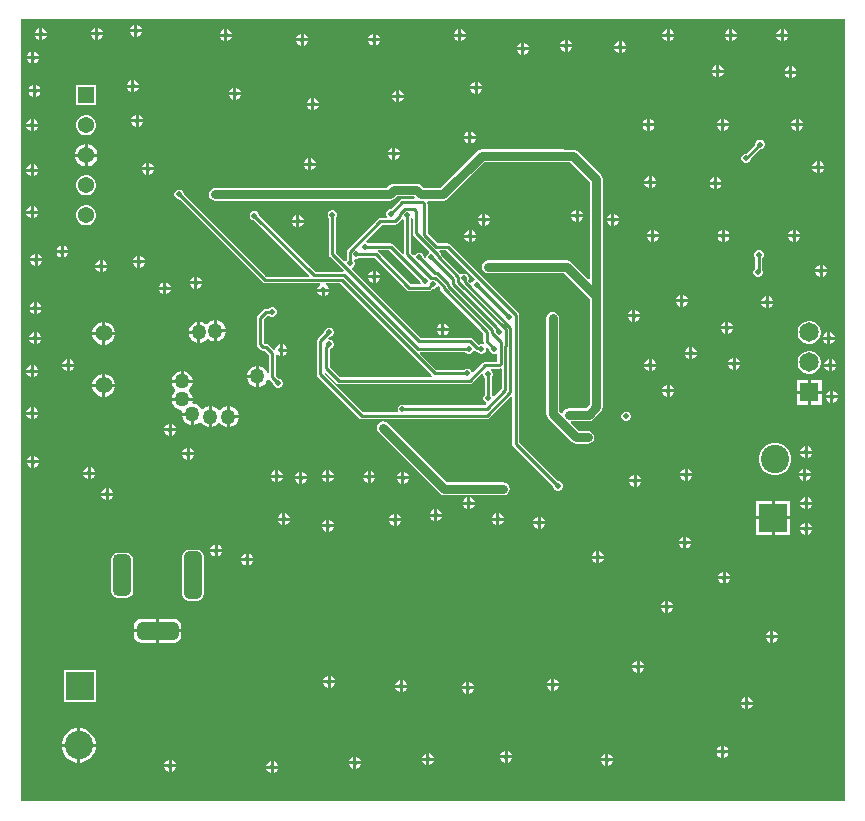
<source format=gbl>
G04*
G04 #@! TF.GenerationSoftware,Altium Limited,Altium Designer,23.3.1 (30)*
G04*
G04 Layer_Physical_Order=3*
G04 Layer_Color=16711680*
%FSLAX44Y44*%
%MOMM*%
G71*
G04*
G04 #@! TF.SameCoordinates,313F503E-43F4-47E4-83EF-6EFAA7C5E57D*
G04*
G04*
G04 #@! TF.FilePolarity,Positive*
G04*
G01*
G75*
%ADD16C,0.2540*%
%ADD66C,0.7620*%
%ADD68C,2.4000*%
%ADD69R,2.4000X2.4000*%
%ADD70R,1.3700X1.3700*%
%ADD71C,1.3700*%
G04:AMPARAMS|DCode=72|XSize=1.5mm|YSize=4mm|CornerRadius=0.375mm|HoleSize=0mm|Usage=FLASHONLY|Rotation=0.000|XOffset=0mm|YOffset=0mm|HoleType=Round|Shape=RoundedRectangle|*
%AMROUNDEDRECTD72*
21,1,1.5000,3.2500,0,0,0.0*
21,1,0.7500,4.0000,0,0,0.0*
1,1,0.7500,0.3750,-1.6250*
1,1,0.7500,-0.3750,-1.6250*
1,1,0.7500,-0.3750,1.6250*
1,1,0.7500,0.3750,1.6250*
%
%ADD72ROUNDEDRECTD72*%
G04:AMPARAMS|DCode=73|XSize=1.5mm|YSize=3.5mm|CornerRadius=0.375mm|HoleSize=0mm|Usage=FLASHONLY|Rotation=180.000|XOffset=0mm|YOffset=0mm|HoleType=Round|Shape=RoundedRectangle|*
%AMROUNDEDRECTD73*
21,1,1.5000,2.7500,0,0,180.0*
21,1,0.7500,3.5000,0,0,180.0*
1,1,0.7500,-0.3750,1.3750*
1,1,0.7500,0.3750,1.3750*
1,1,0.7500,0.3750,-1.3750*
1,1,0.7500,-0.3750,-1.3750*
%
%ADD73ROUNDEDRECTD73*%
G04:AMPARAMS|DCode=74|XSize=1.5mm|YSize=3.5mm|CornerRadius=0.375mm|HoleSize=0mm|Usage=FLASHONLY|Rotation=270.000|XOffset=0mm|YOffset=0mm|HoleType=Round|Shape=RoundedRectangle|*
%AMROUNDEDRECTD74*
21,1,1.5000,2.7500,0,0,270.0*
21,1,0.7500,3.5000,0,0,270.0*
1,1,0.7500,-1.3750,-0.3750*
1,1,0.7500,-1.3750,0.3750*
1,1,0.7500,1.3750,0.3750*
1,1,0.7500,1.3750,-0.3750*
%
%ADD74ROUNDEDRECTD74*%
%ADD75C,1.4000*%
%ADD76R,1.6500X1.6500*%
%ADD77C,1.6500*%
%ADD78C,0.5080*%
%ADD79C,1.2700*%
G36*
X700731Y2849D02*
X2849D01*
Y665171D01*
X700731D01*
X700731Y2849D01*
D02*
G37*
%LPC*%
G36*
X101600Y660293D02*
Y656590D01*
X105302D01*
X104637Y658198D01*
X103208Y659627D01*
X101600Y660293D01*
D02*
G37*
G36*
X99060D02*
X97452Y659627D01*
X96023Y658198D01*
X95358Y656590D01*
X99060D01*
Y660293D01*
D02*
G37*
G36*
X68580Y657753D02*
Y654050D01*
X72283D01*
X71617Y655658D01*
X70188Y657087D01*
X68580Y657753D01*
D02*
G37*
G36*
X66040D02*
X64432Y657087D01*
X63003Y655658D01*
X62337Y654050D01*
X66040D01*
Y657753D01*
D02*
G37*
G36*
X21240Y657403D02*
Y653701D01*
X24943D01*
X24277Y655308D01*
X22848Y656737D01*
X21240Y657403D01*
D02*
G37*
G36*
X18700D02*
X17092Y656737D01*
X15663Y655308D01*
X14998Y653701D01*
X18700D01*
Y657403D01*
D02*
G37*
G36*
X605280Y656643D02*
Y652940D01*
X608982D01*
X608316Y654548D01*
X606887Y655977D01*
X605280Y656643D01*
D02*
G37*
G36*
X602740D02*
X601132Y655977D01*
X599703Y654548D01*
X599037Y652940D01*
X602740D01*
Y656643D01*
D02*
G37*
G36*
X648970Y656482D02*
Y652780D01*
X652673D01*
X652007Y654388D01*
X650578Y655817D01*
X648970Y656482D01*
D02*
G37*
G36*
X646430D02*
X644822Y655817D01*
X643393Y654388D01*
X642728Y652780D01*
X646430D01*
Y656482D01*
D02*
G37*
G36*
X552450D02*
Y652780D01*
X556152D01*
X555487Y654388D01*
X554058Y655817D01*
X552450Y656482D01*
D02*
G37*
G36*
X549910D02*
X548302Y655817D01*
X546873Y654388D01*
X546208Y652780D01*
X549910D01*
Y656482D01*
D02*
G37*
G36*
X375920D02*
Y652780D01*
X379622D01*
X378957Y654388D01*
X377528Y655817D01*
X375920Y656482D01*
D02*
G37*
G36*
X373380D02*
X371772Y655817D01*
X370343Y654388D01*
X369678Y652780D01*
X373380D01*
Y656482D01*
D02*
G37*
G36*
X177800D02*
Y652780D01*
X181502D01*
X180837Y654388D01*
X179408Y655817D01*
X177800Y656482D01*
D02*
G37*
G36*
X175260D02*
X173652Y655817D01*
X172223Y654388D01*
X171558Y652780D01*
X175260D01*
Y656482D01*
D02*
G37*
G36*
X105302Y654050D02*
X101600D01*
Y650348D01*
X103208Y651013D01*
X104637Y652442D01*
X105302Y654050D01*
D02*
G37*
G36*
X99060D02*
X95358D01*
X96023Y652442D01*
X97452Y651013D01*
X99060Y650348D01*
Y654050D01*
D02*
G37*
G36*
X303374Y652841D02*
Y649138D01*
X307076D01*
X306411Y650746D01*
X304981Y652175D01*
X303374Y652841D01*
D02*
G37*
G36*
X300834D02*
X299226Y652175D01*
X297797Y650746D01*
X297131Y649138D01*
X300834D01*
Y652841D01*
D02*
G37*
G36*
X242570Y652673D02*
Y648970D01*
X246273D01*
X245607Y650578D01*
X244178Y652007D01*
X242570Y652673D01*
D02*
G37*
G36*
X240030D02*
X238422Y652007D01*
X236993Y650578D01*
X236327Y648970D01*
X240030D01*
Y652673D01*
D02*
G37*
G36*
X72283Y651510D02*
X68580D01*
Y647807D01*
X70188Y648473D01*
X71617Y649902D01*
X72283Y651510D01*
D02*
G37*
G36*
X66040D02*
X62337D01*
X63003Y649902D01*
X64432Y648473D01*
X66040Y647807D01*
Y651510D01*
D02*
G37*
G36*
X24943Y651161D02*
X21240D01*
Y647458D01*
X22848Y648124D01*
X24277Y649553D01*
X24943Y651161D01*
D02*
G37*
G36*
X18700D02*
X14998D01*
X15663Y649553D01*
X17092Y648124D01*
X18700Y647458D01*
Y651161D01*
D02*
G37*
G36*
X608982Y650400D02*
X605280D01*
Y646698D01*
X606887Y647364D01*
X608316Y648793D01*
X608982Y650400D01*
D02*
G37*
G36*
X602740D02*
X599037D01*
X599703Y648793D01*
X601132Y647364D01*
X602740Y646698D01*
Y650400D01*
D02*
G37*
G36*
X652673Y650240D02*
X648970D01*
Y646537D01*
X650578Y647203D01*
X652007Y648632D01*
X652673Y650240D01*
D02*
G37*
G36*
X646430D02*
X642728D01*
X643393Y648632D01*
X644822Y647203D01*
X646430Y646537D01*
Y650240D01*
D02*
G37*
G36*
X556152D02*
X552450D01*
Y646537D01*
X554058Y647203D01*
X555487Y648632D01*
X556152Y650240D01*
D02*
G37*
G36*
X549910D02*
X546208D01*
X546873Y648632D01*
X548302Y647203D01*
X549910Y646537D01*
Y650240D01*
D02*
G37*
G36*
X379622D02*
X375920D01*
Y646537D01*
X377528Y647203D01*
X378957Y648632D01*
X379622Y650240D01*
D02*
G37*
G36*
X373380D02*
X369678D01*
X370343Y648632D01*
X371772Y647203D01*
X373380Y646537D01*
Y650240D01*
D02*
G37*
G36*
X181502D02*
X177800D01*
Y646537D01*
X179408Y647203D01*
X180837Y648632D01*
X181502Y650240D01*
D02*
G37*
G36*
X175260D02*
X171558D01*
X172223Y648632D01*
X173652Y647203D01*
X175260Y646537D01*
Y650240D01*
D02*
G37*
G36*
X466090Y647592D02*
Y643890D01*
X469793D01*
X469127Y645498D01*
X467698Y646927D01*
X466090Y647592D01*
D02*
G37*
G36*
X463550D02*
X461942Y646927D01*
X460513Y645498D01*
X459847Y643890D01*
X463550D01*
Y647592D01*
D02*
G37*
G36*
X307076Y646598D02*
X303374D01*
Y642896D01*
X304981Y643561D01*
X306411Y644990D01*
X307076Y646598D01*
D02*
G37*
G36*
X300834D02*
X297131D01*
X297797Y644990D01*
X299226Y643561D01*
X300834Y642896D01*
Y646598D01*
D02*
G37*
G36*
X246273Y646430D02*
X242570D01*
Y642728D01*
X244178Y643393D01*
X245607Y644822D01*
X246273Y646430D01*
D02*
G37*
G36*
X240030D02*
X236327D01*
X236993Y644822D01*
X238422Y643393D01*
X240030Y642728D01*
Y646430D01*
D02*
G37*
G36*
X511810Y646322D02*
Y642620D01*
X515513D01*
X514847Y644228D01*
X513418Y645657D01*
X511810Y646322D01*
D02*
G37*
G36*
X509270D02*
X507662Y645657D01*
X506233Y644228D01*
X505568Y642620D01*
X509270D01*
Y646322D01*
D02*
G37*
G36*
X429260Y645052D02*
Y641350D01*
X432962D01*
X432297Y642958D01*
X430868Y644387D01*
X429260Y645052D01*
D02*
G37*
G36*
X426720D02*
X425112Y644387D01*
X423683Y642958D01*
X423018Y641350D01*
X426720D01*
Y645052D01*
D02*
G37*
G36*
X469793Y641350D02*
X466090D01*
Y637648D01*
X467698Y638313D01*
X469127Y639742D01*
X469793Y641350D01*
D02*
G37*
G36*
X463550D02*
X459847D01*
X460513Y639742D01*
X461942Y638313D01*
X463550Y637648D01*
Y641350D01*
D02*
G37*
G36*
X515513Y640080D02*
X511810D01*
Y636377D01*
X513418Y637043D01*
X514847Y638472D01*
X515513Y640080D01*
D02*
G37*
G36*
X509270D02*
X505568D01*
X506233Y638472D01*
X507662Y637043D01*
X509270Y636377D01*
Y640080D01*
D02*
G37*
G36*
X432962Y638810D02*
X429260D01*
Y635107D01*
X430868Y635773D01*
X432297Y637202D01*
X432962Y638810D01*
D02*
G37*
G36*
X426720D02*
X423018D01*
X423683Y637202D01*
X425112Y635773D01*
X426720Y635107D01*
Y638810D01*
D02*
G37*
G36*
X14396Y637631D02*
Y633928D01*
X18098D01*
X17433Y635536D01*
X16004Y636965D01*
X14396Y637631D01*
D02*
G37*
G36*
X11856D02*
X10248Y636965D01*
X8819Y635536D01*
X8153Y633928D01*
X11856D01*
Y637631D01*
D02*
G37*
G36*
X18098Y631388D02*
X14396D01*
Y627686D01*
X16004Y628351D01*
X17433Y629780D01*
X18098Y631388D01*
D02*
G37*
G36*
X11856D02*
X8153D01*
X8819Y629780D01*
X10248Y628351D01*
X11856Y627686D01*
Y631388D01*
D02*
G37*
G36*
X594335Y626003D02*
Y622300D01*
X598037D01*
X597372Y623908D01*
X595943Y625337D01*
X594335Y626003D01*
D02*
G37*
G36*
X591795D02*
X590187Y625337D01*
X588758Y623908D01*
X588092Y622300D01*
X591795D01*
Y626003D01*
D02*
G37*
G36*
X655930Y625342D02*
Y621640D01*
X659632D01*
X658967Y623248D01*
X657538Y624677D01*
X655930Y625342D01*
D02*
G37*
G36*
X653390D02*
X651782Y624677D01*
X650353Y623248D01*
X649688Y621640D01*
X653390D01*
Y625342D01*
D02*
G37*
G36*
X598037Y619760D02*
X594335D01*
Y616058D01*
X595943Y616723D01*
X597372Y618152D01*
X598037Y619760D01*
D02*
G37*
G36*
X591795D02*
X588092D01*
X588758Y618152D01*
X590187Y616723D01*
X591795Y616058D01*
Y619760D01*
D02*
G37*
G36*
X659632Y619100D02*
X655930D01*
Y615397D01*
X657538Y616063D01*
X658967Y617492D01*
X659632Y619100D01*
D02*
G37*
G36*
X653390D02*
X649688D01*
X650353Y617492D01*
X651782Y616063D01*
X653390Y615397D01*
Y619100D01*
D02*
G37*
G36*
X99060Y613302D02*
Y609600D01*
X102762D01*
X102097Y611208D01*
X100668Y612637D01*
X99060Y613302D01*
D02*
G37*
G36*
X96520D02*
X94912Y612637D01*
X93483Y611208D01*
X92817Y609600D01*
X96520D01*
Y613302D01*
D02*
G37*
G36*
X389890Y612033D02*
Y608330D01*
X393592D01*
X392927Y609938D01*
X391498Y611367D01*
X389890Y612033D01*
D02*
G37*
G36*
X387350D02*
X385742Y611367D01*
X384313Y609938D01*
X383647Y608330D01*
X387350D01*
Y612033D01*
D02*
G37*
G36*
X15917Y609493D02*
Y605791D01*
X19619D01*
X18953Y607398D01*
X17524Y608827D01*
X15917Y609493D01*
D02*
G37*
G36*
X13377D02*
X11769Y608827D01*
X10340Y607398D01*
X9674Y605791D01*
X13377D01*
Y609493D01*
D02*
G37*
G36*
X102762Y607060D02*
X99060D01*
Y603358D01*
X100668Y604023D01*
X102097Y605452D01*
X102762Y607060D01*
D02*
G37*
G36*
X96520D02*
X92817D01*
X93483Y605452D01*
X94912Y604023D01*
X96520Y603358D01*
Y607060D01*
D02*
G37*
G36*
X185420Y606953D02*
Y603250D01*
X189123D01*
X188457Y604858D01*
X187028Y606287D01*
X185420Y606953D01*
D02*
G37*
G36*
X182880D02*
X181272Y606287D01*
X179843Y604858D01*
X179177Y603250D01*
X182880D01*
Y606953D01*
D02*
G37*
G36*
X393592Y605790D02*
X389890D01*
Y602088D01*
X391498Y602753D01*
X392927Y604182D01*
X393592Y605790D01*
D02*
G37*
G36*
X387350D02*
X383647D01*
X384313Y604182D01*
X385742Y602753D01*
X387350Y602088D01*
Y605790D01*
D02*
G37*
G36*
X323619Y604799D02*
Y601096D01*
X327322D01*
X326656Y602704D01*
X325227Y604133D01*
X323619Y604799D01*
D02*
G37*
G36*
X321079D02*
X319472Y604133D01*
X318043Y602704D01*
X317377Y601096D01*
X321079D01*
Y604799D01*
D02*
G37*
G36*
X19619Y603251D02*
X15917D01*
Y599548D01*
X17524Y600214D01*
X18953Y601643D01*
X19619Y603251D01*
D02*
G37*
G36*
X13377D02*
X9674D01*
X10340Y601643D01*
X11769Y600214D01*
X13377Y599548D01*
Y603251D01*
D02*
G37*
G36*
X189123Y600710D02*
X185420D01*
Y597007D01*
X187028Y597673D01*
X188457Y599102D01*
X189123Y600710D01*
D02*
G37*
G36*
X182880D02*
X179177D01*
X179843Y599102D01*
X181272Y597673D01*
X182880Y597007D01*
Y600710D01*
D02*
G37*
G36*
X327322Y598556D02*
X323619D01*
Y594854D01*
X325227Y595520D01*
X326656Y596949D01*
X327322Y598556D01*
D02*
G37*
G36*
X321079D02*
X317377D01*
X318043Y596949D01*
X319472Y595520D01*
X321079Y594854D01*
Y598556D01*
D02*
G37*
G36*
X251460Y598063D02*
Y594360D01*
X255163D01*
X254497Y595968D01*
X253068Y597397D01*
X251460Y598063D01*
D02*
G37*
G36*
X248920D02*
X247312Y597397D01*
X245883Y595968D01*
X245217Y594360D01*
X248920D01*
Y598063D01*
D02*
G37*
G36*
X66794Y609084D02*
X50046D01*
Y592336D01*
X66794D01*
Y609084D01*
D02*
G37*
G36*
X255163Y591820D02*
X251460D01*
Y588117D01*
X253068Y588783D01*
X254497Y590212D01*
X255163Y591820D01*
D02*
G37*
G36*
X248920D02*
X245217D01*
X245883Y590212D01*
X247312Y588783D01*
X248920Y588117D01*
Y591820D01*
D02*
G37*
G36*
X102870Y584092D02*
Y580390D01*
X106573D01*
X105907Y581998D01*
X104478Y583427D01*
X102870Y584092D01*
D02*
G37*
G36*
X100330D02*
X98722Y583427D01*
X97293Y581998D01*
X96628Y580390D01*
X100330D01*
Y584092D01*
D02*
G37*
G36*
X661670Y580663D02*
Y576961D01*
X665372D01*
X664707Y578569D01*
X663278Y579998D01*
X661670Y580663D01*
D02*
G37*
G36*
X659130D02*
X657522Y579998D01*
X656093Y578569D01*
X655427Y576961D01*
X659130D01*
Y580663D01*
D02*
G37*
G36*
X598678D02*
Y576961D01*
X602380D01*
X601715Y578569D01*
X600286Y579998D01*
X598678Y580663D01*
D02*
G37*
G36*
X596138D02*
X594530Y579998D01*
X593101Y578569D01*
X592435Y576961D01*
X596138D01*
Y580663D01*
D02*
G37*
G36*
X535686D02*
Y576961D01*
X539389D01*
X538723Y578569D01*
X537294Y579998D01*
X535686Y580663D01*
D02*
G37*
G36*
X533146D02*
X531538Y579998D01*
X530109Y578569D01*
X529444Y576961D01*
X533146D01*
Y580663D01*
D02*
G37*
G36*
X13970Y580283D02*
Y576580D01*
X17672D01*
X17007Y578188D01*
X15578Y579617D01*
X13970Y580283D01*
D02*
G37*
G36*
X11430D02*
X9822Y579617D01*
X8393Y578188D01*
X7728Y576580D01*
X11430D01*
Y580283D01*
D02*
G37*
G36*
X106573Y577850D02*
X102870D01*
Y574147D01*
X104478Y574813D01*
X105907Y576242D01*
X106573Y577850D01*
D02*
G37*
G36*
X100330D02*
X96628D01*
X97293Y576242D01*
X98722Y574813D01*
X100330Y574147D01*
Y577850D01*
D02*
G37*
G36*
X665372Y574421D02*
X661670D01*
Y570718D01*
X663278Y571384D01*
X664707Y572813D01*
X665372Y574421D01*
D02*
G37*
G36*
X659130D02*
X655427D01*
X656093Y572813D01*
X657522Y571384D01*
X659130Y570718D01*
Y574421D01*
D02*
G37*
G36*
X602380D02*
X598678D01*
Y570718D01*
X600286Y571384D01*
X601715Y572813D01*
X602380Y574421D01*
D02*
G37*
G36*
X596138D02*
X592435D01*
X593101Y572813D01*
X594530Y571384D01*
X596138Y570718D01*
Y574421D01*
D02*
G37*
G36*
X539389D02*
X535686D01*
Y570718D01*
X537294Y571384D01*
X538723Y572813D01*
X539389Y574421D01*
D02*
G37*
G36*
X533146D02*
X529444D01*
X530109Y572813D01*
X531538Y571384D01*
X533146Y570718D01*
Y574421D01*
D02*
G37*
G36*
X17672Y574040D02*
X13970D01*
Y570337D01*
X15578Y571003D01*
X17007Y572432D01*
X17672Y574040D01*
D02*
G37*
G36*
X11430D02*
X7728D01*
X8393Y572432D01*
X9822Y571003D01*
X11430Y570337D01*
Y574040D01*
D02*
G37*
G36*
X59523Y583684D02*
X57318D01*
X55188Y583113D01*
X53278Y582011D01*
X51719Y580452D01*
X50617Y578542D01*
X50046Y576413D01*
Y574207D01*
X50617Y572078D01*
X51719Y570168D01*
X53278Y568609D01*
X55188Y567507D01*
X57318Y566936D01*
X59523D01*
X61652Y567507D01*
X63562Y568609D01*
X65121Y570168D01*
X66223Y572078D01*
X66794Y574207D01*
Y576413D01*
X66223Y578542D01*
X65121Y580452D01*
X63562Y582011D01*
X61652Y583113D01*
X59523Y583684D01*
D02*
G37*
G36*
X384358Y569985D02*
Y566283D01*
X388061D01*
X387395Y567890D01*
X385966Y569319D01*
X384358Y569985D01*
D02*
G37*
G36*
X381819D02*
X380211Y569319D01*
X378782Y567890D01*
X378116Y566283D01*
X381819D01*
Y569985D01*
D02*
G37*
G36*
X388061Y563743D02*
X384358D01*
Y560040D01*
X385966Y560706D01*
X387395Y562135D01*
X388061Y563743D01*
D02*
G37*
G36*
X381819D02*
X378116D01*
X378782Y562135D01*
X380211Y560706D01*
X381819Y560040D01*
Y563743D01*
D02*
G37*
G36*
X320040Y556152D02*
Y552450D01*
X323742D01*
X323077Y554058D01*
X321648Y555487D01*
X320040Y556152D01*
D02*
G37*
G36*
X317500D02*
X315892Y555487D01*
X314463Y554058D01*
X313797Y552450D01*
X317500D01*
Y556152D01*
D02*
G37*
G36*
X59690Y559291D02*
Y551180D01*
X67801D01*
X67170Y553534D01*
X65934Y555676D01*
X64186Y557424D01*
X62044Y558660D01*
X59690Y559291D01*
D02*
G37*
G36*
X57150D02*
X54796Y558660D01*
X52654Y557424D01*
X50906Y555676D01*
X49670Y553534D01*
X49039Y551180D01*
X57150D01*
Y559291D01*
D02*
G37*
G36*
X323742Y549910D02*
X320040D01*
Y546208D01*
X321648Y546873D01*
X323077Y548302D01*
X323742Y549910D01*
D02*
G37*
G36*
X317500D02*
X313797D01*
X314463Y548302D01*
X315892Y546873D01*
X317500Y546208D01*
Y549910D01*
D02*
G37*
G36*
X248920Y547262D02*
Y543560D01*
X252623D01*
X251957Y545168D01*
X250528Y546597D01*
X248920Y547262D01*
D02*
G37*
G36*
X246380D02*
X244772Y546597D01*
X243343Y545168D01*
X242677Y543560D01*
X246380D01*
Y547262D01*
D02*
G37*
G36*
X629539Y563083D02*
X627922D01*
X626429Y562464D01*
X625285Y561321D01*
X624667Y559827D01*
Y558915D01*
X617186Y551434D01*
X616412D01*
X614918Y550815D01*
X613775Y549672D01*
X613156Y548178D01*
Y546562D01*
X613775Y545068D01*
X614918Y543925D01*
X616412Y543306D01*
X618028D01*
X619522Y543925D01*
X620665Y545068D01*
X621284Y546562D01*
Y547474D01*
X628765Y554955D01*
X629539D01*
X631033Y555574D01*
X632176Y556717D01*
X632795Y558211D01*
Y559827D01*
X632176Y561321D01*
X631033Y562464D01*
X629539Y563083D01*
D02*
G37*
G36*
X679450Y544723D02*
Y541020D01*
X683152D01*
X682487Y542628D01*
X681058Y544057D01*
X679450Y544723D01*
D02*
G37*
G36*
X676910D02*
X675302Y544057D01*
X673873Y542628D01*
X673207Y541020D01*
X676910D01*
Y544723D01*
D02*
G37*
G36*
X67801Y548640D02*
X59690D01*
Y540529D01*
X62044Y541160D01*
X64186Y542396D01*
X65934Y544144D01*
X67170Y546286D01*
X67801Y548640D01*
D02*
G37*
G36*
X57150D02*
X49039D01*
X49670Y546286D01*
X50906Y544144D01*
X52654Y542396D01*
X54796Y541160D01*
X57150Y540529D01*
Y548640D01*
D02*
G37*
G36*
X111760Y543452D02*
Y539750D01*
X115463D01*
X114797Y541358D01*
X113368Y542787D01*
X111760Y543452D01*
D02*
G37*
G36*
X109220D02*
X107612Y542787D01*
X106183Y541358D01*
X105518Y539750D01*
X109220D01*
Y543452D01*
D02*
G37*
G36*
X13970Y542183D02*
Y538480D01*
X17672D01*
X17007Y540088D01*
X15578Y541517D01*
X13970Y542183D01*
D02*
G37*
G36*
X11430D02*
X9822Y541517D01*
X8393Y540088D01*
X7728Y538480D01*
X11430D01*
Y542183D01*
D02*
G37*
G36*
X252623Y541020D02*
X248920D01*
Y537318D01*
X250528Y537983D01*
X251957Y539412D01*
X252623Y541020D01*
D02*
G37*
G36*
X246380D02*
X242677D01*
X243343Y539412D01*
X244772Y537983D01*
X246380Y537318D01*
Y541020D01*
D02*
G37*
G36*
X683152Y538480D02*
X679450D01*
Y534777D01*
X681058Y535443D01*
X682487Y536872D01*
X683152Y538480D01*
D02*
G37*
G36*
X676910D02*
X673207D01*
X673873Y536872D01*
X675302Y535443D01*
X676910Y534777D01*
Y538480D01*
D02*
G37*
G36*
X115463Y537210D02*
X111760D01*
Y533507D01*
X113368Y534173D01*
X114797Y535602D01*
X115463Y537210D01*
D02*
G37*
G36*
X109220D02*
X105518D01*
X106183Y535602D01*
X107612Y534173D01*
X109220Y533507D01*
Y537210D01*
D02*
G37*
G36*
X17672Y535940D02*
X13970D01*
Y532238D01*
X15578Y532903D01*
X17007Y534332D01*
X17672Y535940D01*
D02*
G37*
G36*
X11430D02*
X7728D01*
X8393Y534332D01*
X9822Y532903D01*
X11430Y532238D01*
Y535940D01*
D02*
G37*
G36*
X537210Y532023D02*
Y528320D01*
X540913D01*
X540247Y529928D01*
X538818Y531357D01*
X537210Y532023D01*
D02*
G37*
G36*
X534670D02*
X533062Y531357D01*
X531633Y529928D01*
X530967Y528320D01*
X534670D01*
Y532023D01*
D02*
G37*
G36*
X592430Y531362D02*
Y527660D01*
X596133D01*
X595467Y529268D01*
X594038Y530697D01*
X592430Y531362D01*
D02*
G37*
G36*
X589890D02*
X588282Y530697D01*
X586853Y529268D01*
X586188Y527660D01*
X589890D01*
Y531362D01*
D02*
G37*
G36*
X540913Y525780D02*
X537210D01*
Y522077D01*
X538818Y522743D01*
X540247Y524172D01*
X540913Y525780D01*
D02*
G37*
G36*
X534670D02*
X530967D01*
X531633Y524172D01*
X533062Y522743D01*
X534670Y522077D01*
Y525780D01*
D02*
G37*
G36*
X596133Y525120D02*
X592430D01*
Y521418D01*
X594038Y522083D01*
X595467Y523512D01*
X596133Y525120D01*
D02*
G37*
G36*
X589890D02*
X586188D01*
X586853Y523512D01*
X588282Y522083D01*
X589890Y521418D01*
Y525120D01*
D02*
G37*
G36*
X59523Y532884D02*
X57318D01*
X55188Y532313D01*
X53278Y531211D01*
X51719Y529652D01*
X50617Y527742D01*
X50046Y525612D01*
Y523408D01*
X50617Y521278D01*
X51719Y519368D01*
X53278Y517809D01*
X55188Y516707D01*
X57318Y516136D01*
X59523D01*
X61652Y516707D01*
X63562Y517809D01*
X65121Y519368D01*
X66223Y521278D01*
X66794Y523408D01*
Y525612D01*
X66223Y527742D01*
X65121Y529652D01*
X63562Y531211D01*
X61652Y532313D01*
X59523Y532884D01*
D02*
G37*
G36*
X13970Y506623D02*
Y502920D01*
X17672D01*
X17007Y504528D01*
X15578Y505957D01*
X13970Y506623D01*
D02*
G37*
G36*
X11430D02*
X9822Y505957D01*
X8393Y504528D01*
X7728Y502920D01*
X11430D01*
Y506623D01*
D02*
G37*
G36*
X475220Y503702D02*
Y500000D01*
X478923D01*
X478257Y501607D01*
X476828Y503036D01*
X475220Y503702D01*
D02*
G37*
G36*
X472680D02*
X471073Y503036D01*
X469644Y501607D01*
X468978Y500000D01*
X472680D01*
Y503702D01*
D02*
G37*
G36*
X17672Y500380D02*
X13970D01*
Y496678D01*
X15578Y497343D01*
X17007Y498772D01*
X17672Y500380D01*
D02*
G37*
G36*
X11430D02*
X7728D01*
X8393Y498772D01*
X9822Y497343D01*
X11430Y496678D01*
Y500380D01*
D02*
G37*
G36*
X505460Y500272D02*
Y496570D01*
X509162D01*
X508497Y498178D01*
X507068Y499607D01*
X505460Y500272D01*
D02*
G37*
G36*
X502920D02*
X501312Y499607D01*
X499883Y498178D01*
X499217Y496570D01*
X502920D01*
Y500272D01*
D02*
G37*
G36*
X396240D02*
Y496570D01*
X399943D01*
X399277Y498178D01*
X397848Y499607D01*
X396240Y500272D01*
D02*
G37*
G36*
X393700D02*
X392092Y499607D01*
X390663Y498178D01*
X389997Y496570D01*
X393700D01*
Y500272D01*
D02*
G37*
G36*
X238760Y499002D02*
Y495300D01*
X242463D01*
X241797Y496908D01*
X240368Y498337D01*
X238760Y499002D01*
D02*
G37*
G36*
X236220D02*
X234612Y498337D01*
X233183Y496908D01*
X232518Y495300D01*
X236220D01*
Y499002D01*
D02*
G37*
G36*
X478923Y497460D02*
X475220D01*
Y493757D01*
X476828Y494423D01*
X478257Y495852D01*
X478923Y497460D01*
D02*
G37*
G36*
X472680D02*
X468978D01*
X469644Y495852D01*
X471073Y494423D01*
X472680Y493757D01*
Y497460D01*
D02*
G37*
G36*
X59523Y507484D02*
X57318D01*
X55188Y506913D01*
X53278Y505811D01*
X51719Y504252D01*
X50617Y502342D01*
X50046Y500213D01*
Y498008D01*
X50617Y495878D01*
X51719Y493968D01*
X53278Y492409D01*
X55188Y491307D01*
X57318Y490736D01*
X59523D01*
X61652Y491307D01*
X63562Y492409D01*
X65121Y493968D01*
X66223Y495878D01*
X66794Y498008D01*
Y500213D01*
X66223Y502342D01*
X65121Y504252D01*
X63562Y505811D01*
X61652Y506913D01*
X59523Y507484D01*
D02*
G37*
G36*
X509162Y494030D02*
X505460D01*
Y490327D01*
X507068Y490993D01*
X508497Y492422D01*
X509162Y494030D01*
D02*
G37*
G36*
X502920D02*
X499217D01*
X499883Y492422D01*
X501312Y490993D01*
X502920Y490327D01*
Y494030D01*
D02*
G37*
G36*
X399943D02*
X396240D01*
Y490327D01*
X397848Y490993D01*
X399277Y492422D01*
X399943Y494030D01*
D02*
G37*
G36*
X393700D02*
X389997D01*
X390663Y492422D01*
X392092Y490993D01*
X393700Y490327D01*
Y494030D01*
D02*
G37*
G36*
X242463Y492760D02*
X238760D01*
Y489058D01*
X240368Y489723D01*
X241797Y491152D01*
X242463Y492760D01*
D02*
G37*
G36*
X236220D02*
X232518D01*
X233183Y491152D01*
X234612Y489723D01*
X236220Y489058D01*
Y492760D01*
D02*
G37*
G36*
X659130Y486684D02*
Y482981D01*
X662832D01*
X662167Y484589D01*
X660738Y486018D01*
X659130Y486684D01*
D02*
G37*
G36*
X656590D02*
X654982Y486018D01*
X653553Y484589D01*
X652887Y482981D01*
X656590D01*
Y486684D01*
D02*
G37*
G36*
X599186D02*
Y482981D01*
X602888D01*
X602223Y484589D01*
X600794Y486018D01*
X599186Y486684D01*
D02*
G37*
G36*
X596646D02*
X595038Y486018D01*
X593609Y484589D01*
X592943Y482981D01*
X596646D01*
Y486684D01*
D02*
G37*
G36*
X539242D02*
Y482981D01*
X542944D01*
X542279Y484589D01*
X540850Y486018D01*
X539242Y486684D01*
D02*
G37*
G36*
X536702D02*
X535094Y486018D01*
X533665Y484589D01*
X532999Y482981D01*
X536702D01*
Y486684D01*
D02*
G37*
G36*
X384810Y486302D02*
Y482600D01*
X388512D01*
X387847Y484208D01*
X386418Y485637D01*
X384810Y486302D01*
D02*
G37*
G36*
X382270D02*
X380662Y485637D01*
X379233Y484208D01*
X378568Y482600D01*
X382270D01*
Y486302D01*
D02*
G37*
G36*
X662832Y480441D02*
X659130D01*
Y476739D01*
X660738Y477404D01*
X662167Y478833D01*
X662832Y480441D01*
D02*
G37*
G36*
X656590D02*
X652887D01*
X653553Y478833D01*
X654982Y477404D01*
X656590Y476739D01*
Y480441D01*
D02*
G37*
G36*
X602888D02*
X599186D01*
Y476739D01*
X600794Y477404D01*
X602223Y478833D01*
X602888Y480441D01*
D02*
G37*
G36*
X596646D02*
X592943D01*
X593609Y478833D01*
X595038Y477404D01*
X596646Y476739D01*
Y480441D01*
D02*
G37*
G36*
X542944D02*
X539242D01*
Y476739D01*
X540850Y477404D01*
X542279Y478833D01*
X542944Y480441D01*
D02*
G37*
G36*
X536702D02*
X532999D01*
X533665Y478833D01*
X535094Y477404D01*
X536702Y476739D01*
Y480441D01*
D02*
G37*
G36*
X388512Y480060D02*
X384810D01*
Y476357D01*
X386418Y477023D01*
X387847Y478452D01*
X388512Y480060D01*
D02*
G37*
G36*
X382270D02*
X378568D01*
X379233Y478452D01*
X380662Y477023D01*
X382270Y476357D01*
Y480060D01*
D02*
G37*
G36*
X39491Y473370D02*
Y469668D01*
X43193D01*
X42528Y471275D01*
X41099Y472705D01*
X39491Y473370D01*
D02*
G37*
G36*
X36951D02*
X35343Y472705D01*
X33914Y471275D01*
X33249Y469668D01*
X36951D01*
Y473370D01*
D02*
G37*
G36*
X43193Y467128D02*
X39491D01*
Y463425D01*
X41099Y464091D01*
X42528Y465520D01*
X43193Y467128D01*
D02*
G37*
G36*
X36951D02*
X33249D01*
X33914Y465520D01*
X35343Y464091D01*
X36951Y463425D01*
Y467128D01*
D02*
G37*
G36*
X17437Y466526D02*
Y462824D01*
X21140D01*
X20474Y464431D01*
X19045Y465860D01*
X17437Y466526D01*
D02*
G37*
G36*
X14898D02*
X13290Y465860D01*
X11861Y464431D01*
X11195Y462824D01*
X14898D01*
Y466526D01*
D02*
G37*
G36*
X104140Y464712D02*
Y461010D01*
X107843D01*
X107177Y462618D01*
X105748Y464047D01*
X104140Y464712D01*
D02*
G37*
G36*
X101600D02*
X99992Y464047D01*
X98563Y462618D01*
X97898Y461010D01*
X101600D01*
Y464712D01*
D02*
G37*
G36*
X72390Y460902D02*
Y457200D01*
X76093D01*
X75427Y458808D01*
X73998Y460237D01*
X72390Y460902D01*
D02*
G37*
G36*
X69850D02*
X68242Y460237D01*
X66813Y458808D01*
X66147Y457200D01*
X69850D01*
Y460902D01*
D02*
G37*
G36*
X21140Y460284D02*
X17437D01*
Y456581D01*
X19045Y457247D01*
X20474Y458676D01*
X21140Y460284D01*
D02*
G37*
G36*
X14898D02*
X11195D01*
X11861Y458676D01*
X13290Y457247D01*
X14898Y456581D01*
Y460284D01*
D02*
G37*
G36*
X107843Y458470D02*
X104140D01*
Y454767D01*
X105748Y455433D01*
X107177Y456862D01*
X107843Y458470D01*
D02*
G37*
G36*
X101600D02*
X97898D01*
X98563Y456862D01*
X99992Y455433D01*
X101600Y454767D01*
Y458470D01*
D02*
G37*
G36*
X681990Y457093D02*
Y453390D01*
X685693D01*
X685027Y454998D01*
X683598Y456427D01*
X681990Y457093D01*
D02*
G37*
G36*
X679450D02*
X677842Y456427D01*
X676413Y454998D01*
X675748Y453390D01*
X679450D01*
Y457093D01*
D02*
G37*
G36*
X76093Y454660D02*
X72390D01*
Y450957D01*
X73998Y451623D01*
X75427Y453052D01*
X76093Y454660D01*
D02*
G37*
G36*
X69850D02*
X66147D01*
X66813Y453052D01*
X68242Y451623D01*
X69850Y450957D01*
Y454660D01*
D02*
G37*
G36*
X685693Y450850D02*
X681990D01*
Y447147D01*
X683598Y447813D01*
X685027Y449242D01*
X685693Y450850D01*
D02*
G37*
G36*
X679450D02*
X675748D01*
X676413Y449242D01*
X677842Y447813D01*
X679450Y447147D01*
Y450850D01*
D02*
G37*
G36*
X628696Y469773D02*
X627080D01*
X625586Y469154D01*
X624443Y468011D01*
X623824Y466517D01*
Y464901D01*
X624443Y463407D01*
X624785Y463064D01*
Y454003D01*
X623935Y453152D01*
X623316Y451658D01*
Y450042D01*
X623935Y448548D01*
X625078Y447405D01*
X626572Y446786D01*
X628188D01*
X629682Y447405D01*
X630825Y448548D01*
X631444Y450042D01*
Y451658D01*
X630825Y453152D01*
X630483Y453495D01*
Y462556D01*
X631333Y463407D01*
X631952Y464901D01*
Y466517D01*
X631333Y468011D01*
X630190Y469154D01*
X628696Y469773D01*
D02*
G37*
G36*
X462661Y554967D02*
X393319D01*
X391238Y554553D01*
X389473Y553375D01*
X358427Y522328D01*
X343913D01*
X341860Y524383D01*
X340095Y525561D01*
X338014Y525975D01*
X318995D01*
X316914Y525561D01*
X315149Y524383D01*
X313095Y522328D01*
X167640D01*
X165559Y521914D01*
X163794Y520736D01*
X162616Y518971D01*
X162201Y516890D01*
X162616Y514809D01*
X163794Y513044D01*
X165559Y511866D01*
X167640Y511451D01*
X315348D01*
X317429Y511866D01*
X319193Y513044D01*
X321247Y515098D01*
X335761D01*
X336593Y514266D01*
X336067Y512996D01*
X325998D01*
X325998Y512996D01*
X324907Y512780D01*
X323983Y512162D01*
X323983Y512162D01*
X316265Y504444D01*
X315422D01*
X313928Y503825D01*
X312785Y502682D01*
X312166Y501188D01*
Y499572D01*
X312785Y498078D01*
X312188Y496879D01*
X307417D01*
X307417Y496879D01*
X306326Y496662D01*
X305402Y496044D01*
X279672Y470314D01*
X279054Y469390D01*
X278837Y468299D01*
X278837Y468299D01*
Y461115D01*
X278495Y460772D01*
X278304Y460311D01*
X276806Y460013D01*
X269687Y467132D01*
Y496408D01*
X270284Y497004D01*
X270903Y498498D01*
Y500115D01*
X270284Y501609D01*
X269140Y502752D01*
X267647Y503370D01*
X266030D01*
X264536Y502752D01*
X263393Y501609D01*
X262775Y500115D01*
Y498498D01*
X263393Y497004D01*
X263990Y496408D01*
Y465952D01*
X263990Y465952D01*
X264207Y464861D01*
X264824Y463937D01*
X276332Y452429D01*
X275807Y451159D01*
X252594D01*
X204862Y498890D01*
Y499734D01*
X204244Y501227D01*
X203100Y502371D01*
X201607Y502989D01*
X199990D01*
X198496Y502371D01*
X197353Y501227D01*
X196735Y499734D01*
Y498117D01*
X197353Y496623D01*
X198496Y495480D01*
X199990Y494861D01*
X200834D01*
X247427Y448268D01*
X246941Y447095D01*
X210984D01*
X141224Y516855D01*
Y517698D01*
X140605Y519192D01*
X139462Y520335D01*
X137968Y520954D01*
X136352D01*
X134858Y520335D01*
X133715Y519192D01*
X133096Y517698D01*
Y516082D01*
X133715Y514588D01*
X134858Y513445D01*
X136352Y512826D01*
X137195D01*
X207790Y442232D01*
X207790Y442232D01*
X208714Y441614D01*
X209804Y441397D01*
X209804Y441397D01*
X256458D01*
X256711Y440127D01*
X256202Y439917D01*
X254773Y438488D01*
X254107Y436880D01*
X264053D01*
X263387Y438488D01*
X261958Y439917D01*
X261449Y440127D01*
X261702Y441397D01*
X273394D01*
X351516Y363275D01*
X351465Y362833D01*
X351079Y362005D01*
X273214D01*
X264469Y370750D01*
Y385826D01*
X264968D01*
X266462Y386445D01*
X267605Y387588D01*
X268224Y389082D01*
Y390698D01*
X267605Y392192D01*
X266462Y393335D01*
X264968Y393954D01*
X264007D01*
X263524Y395073D01*
X264260Y395986D01*
X264968D01*
X266462Y396605D01*
X267605Y397748D01*
X268224Y399242D01*
Y400858D01*
X267605Y402352D01*
X266462Y403495D01*
X264968Y404114D01*
X263352D01*
X261858Y403495D01*
X260715Y402352D01*
X260096Y400858D01*
Y400015D01*
X254526Y394444D01*
X253908Y393520D01*
X253691Y392430D01*
X253691Y392430D01*
Y364490D01*
X253691Y364490D01*
X253908Y363400D01*
X254526Y362476D01*
X289533Y327469D01*
X289533Y327469D01*
X290457Y326851D01*
X291547Y326634D01*
X291547Y326634D01*
X397384D01*
X397384Y326634D01*
X398474Y326851D01*
X399398Y327469D01*
X417872Y345942D01*
X419045Y345456D01*
Y305816D01*
X419045Y305816D01*
X419262Y304726D01*
X419880Y303802D01*
X453796Y269885D01*
Y269042D01*
X454415Y267548D01*
X455558Y266405D01*
X457052Y265786D01*
X458668D01*
X460162Y266405D01*
X461305Y267548D01*
X461924Y269042D01*
Y270658D01*
X461305Y272152D01*
X460162Y273295D01*
X458668Y273914D01*
X457825D01*
X424743Y306996D01*
Y414959D01*
X424743Y414959D01*
X424526Y416050D01*
X423908Y416974D01*
X366428Y474454D01*
X365504Y475072D01*
X364413Y475289D01*
X364413Y475289D01*
X356101D01*
X347455Y483935D01*
Y508660D01*
X347238Y509750D01*
X346949Y510182D01*
X347569Y511451D01*
X360680D01*
X362761Y511866D01*
X364526Y513044D01*
X395572Y544090D01*
X461713D01*
X462896Y543855D01*
X468264D01*
X484781Y527337D01*
Y445319D01*
X483608Y444833D01*
X469047Y459395D01*
X467282Y460574D01*
X465201Y460988D01*
X398780D01*
X396699Y460574D01*
X394934Y459395D01*
X393755Y457630D01*
X393341Y455549D01*
X393755Y453468D01*
X394934Y451703D01*
X396699Y450524D01*
X398780Y450111D01*
X462948D01*
X484781Y428277D01*
Y338803D01*
X481617Y335639D01*
X467066D01*
X464984Y335224D01*
X463220Y334046D01*
X462041Y332281D01*
X461923Y331687D01*
X460707Y331318D01*
X458829Y333197D01*
Y412060D01*
X458414Y414141D01*
X457236Y415906D01*
X455471Y417085D01*
X453390Y417499D01*
X451309Y417085D01*
X449544Y415906D01*
X448366Y414141D01*
X447952Y412060D01*
Y330944D01*
X448366Y328863D01*
X449544Y327098D01*
X469338Y307304D01*
X471103Y306126D01*
X473184Y305711D01*
X482981D01*
X485062Y306126D01*
X486827Y307304D01*
X488005Y309069D01*
X488419Y311150D01*
X488005Y313231D01*
X486827Y314996D01*
X485062Y316175D01*
X482981Y316588D01*
X475437D01*
X468437Y323588D01*
X468923Y324762D01*
X483870D01*
X485951Y325176D01*
X487716Y326354D01*
X494066Y332704D01*
X495244Y334469D01*
X495658Y336550D01*
Y430530D01*
Y529590D01*
X495244Y531671D01*
X494066Y533436D01*
X474362Y553139D01*
X472598Y554318D01*
X470516Y554732D01*
X463844D01*
X462661Y554967D01*
D02*
G37*
G36*
X152400Y446932D02*
Y443230D01*
X156103D01*
X155437Y444838D01*
X154008Y446267D01*
X152400Y446932D01*
D02*
G37*
G36*
X149860D02*
X148252Y446267D01*
X146823Y444838D01*
X146158Y443230D01*
X149860D01*
Y446932D01*
D02*
G37*
G36*
X126184Y442191D02*
Y438489D01*
X129887D01*
X129221Y440096D01*
X127792Y441525D01*
X126184Y442191D01*
D02*
G37*
G36*
X123644D02*
X122037Y441525D01*
X120608Y440096D01*
X119942Y438489D01*
X123644D01*
Y442191D01*
D02*
G37*
G36*
X156103Y440690D02*
X152400D01*
Y436987D01*
X154008Y437653D01*
X155437Y439082D01*
X156103Y440690D01*
D02*
G37*
G36*
X149860D02*
X146158D01*
X146823Y439082D01*
X148252Y437653D01*
X149860Y436987D01*
Y440690D01*
D02*
G37*
G36*
X129887Y435948D02*
X126184D01*
Y432246D01*
X127792Y432912D01*
X129221Y434341D01*
X129887Y435948D01*
D02*
G37*
G36*
X123644D02*
X119942D01*
X120608Y434341D01*
X122037Y432912D01*
X123644Y432246D01*
Y435948D01*
D02*
G37*
G36*
X264053Y434340D02*
X260350D01*
Y430638D01*
X261958Y431303D01*
X263387Y432732D01*
X264053Y434340D01*
D02*
G37*
G36*
X257810D02*
X254107D01*
X254773Y432732D01*
X256202Y431303D01*
X257810Y430638D01*
Y434340D01*
D02*
G37*
G36*
X563880Y431693D02*
Y427990D01*
X567583D01*
X566917Y429598D01*
X565488Y431027D01*
X563880Y431693D01*
D02*
G37*
G36*
X561340D02*
X559732Y431027D01*
X558303Y429598D01*
X557637Y427990D01*
X561340D01*
Y431693D01*
D02*
G37*
G36*
X636270Y430423D02*
Y426720D01*
X639972D01*
X639307Y428328D01*
X637878Y429757D01*
X636270Y430423D01*
D02*
G37*
G36*
X633730D02*
X632122Y429757D01*
X630693Y428328D01*
X630028Y426720D01*
X633730D01*
Y430423D01*
D02*
G37*
G36*
X16677Y425460D02*
Y421758D01*
X20380D01*
X19714Y423365D01*
X18285Y424794D01*
X16677Y425460D01*
D02*
G37*
G36*
X14137D02*
X12530Y424794D01*
X11101Y423365D01*
X10435Y421758D01*
X14137D01*
Y425460D01*
D02*
G37*
G36*
X567583Y425450D02*
X563880D01*
Y421748D01*
X565488Y422413D01*
X566917Y423842D01*
X567583Y425450D01*
D02*
G37*
G36*
X561340D02*
X557637D01*
X558303Y423842D01*
X559732Y422413D01*
X561340Y421748D01*
Y425450D01*
D02*
G37*
G36*
X639972Y424180D02*
X636270D01*
Y420477D01*
X637878Y421143D01*
X639307Y422572D01*
X639972Y424180D01*
D02*
G37*
G36*
X633730D02*
X630028D01*
X630693Y422572D01*
X632122Y421143D01*
X633730Y420477D01*
Y424180D01*
D02*
G37*
G36*
X216708Y421513D02*
X215092D01*
X213598Y420894D01*
X212515Y419812D01*
X210334D01*
X210334Y419812D01*
X209244Y419595D01*
X208320Y418977D01*
X208320Y418977D01*
X203726Y414383D01*
X203108Y413459D01*
X202891Y412369D01*
X202891Y412369D01*
Y389890D01*
X202891Y389890D01*
X203108Y388800D01*
X203726Y387876D01*
X206266Y385336D01*
X206266Y385336D01*
X207190Y384718D01*
X208280Y384501D01*
X209640D01*
X213051Y381090D01*
Y365957D01*
X211781Y365790D01*
X211665Y366222D01*
X210495Y368249D01*
X208840Y369904D01*
X206813Y371075D01*
X204651Y371654D01*
Y362790D01*
Y353927D01*
X206813Y354506D01*
X208840Y355677D01*
X210495Y357332D01*
X211665Y359359D01*
X212013Y360658D01*
X212836Y360790D01*
X213350Y360738D01*
X213886Y359936D01*
X216916Y356905D01*
Y356062D01*
X217535Y354568D01*
X218678Y353425D01*
X220172Y352806D01*
X221788D01*
X223282Y353425D01*
X224425Y354568D01*
X225044Y356062D01*
Y357678D01*
X224425Y359172D01*
X223282Y360315D01*
X221788Y360934D01*
X220945D01*
X218749Y363130D01*
Y380601D01*
X220019Y381127D01*
X220642Y380503D01*
X222250Y379837D01*
Y384810D01*
Y389782D01*
X220642Y389117D01*
X219213Y387688D01*
X218440Y385821D01*
Y385555D01*
X217170Y385029D01*
X212834Y389364D01*
X211910Y389982D01*
X210820Y390199D01*
X210820Y390199D01*
X209460D01*
X208589Y391070D01*
Y411189D01*
X211514Y414114D01*
X213487D01*
X213598Y414004D01*
X215092Y413385D01*
X216708D01*
X218202Y414004D01*
X219345Y415147D01*
X219964Y416641D01*
Y418257D01*
X219345Y419751D01*
X218202Y420894D01*
X216708Y421513D01*
D02*
G37*
G36*
X20380Y419218D02*
X16677D01*
Y415515D01*
X18285Y416181D01*
X19714Y417610D01*
X20380Y419218D01*
D02*
G37*
G36*
X14137D02*
X10435D01*
X11101Y417610D01*
X12530Y416181D01*
X14137Y415515D01*
Y419218D01*
D02*
G37*
G36*
X523240Y418993D02*
Y415290D01*
X526942D01*
X526277Y416898D01*
X524848Y418327D01*
X523240Y418993D01*
D02*
G37*
G36*
X520700D02*
X519092Y418327D01*
X517663Y416898D01*
X516997Y415290D01*
X520700D01*
Y418993D01*
D02*
G37*
G36*
X526942Y412750D02*
X523240D01*
Y409048D01*
X524848Y409713D01*
X526277Y411142D01*
X526942Y412750D01*
D02*
G37*
G36*
X520700D02*
X516997D01*
X517663Y411142D01*
X519092Y409713D01*
X520700Y409048D01*
Y412750D01*
D02*
G37*
G36*
X166370Y410183D02*
X164209Y409604D01*
X162181Y408434D01*
X161046Y407298D01*
X159406Y407141D01*
X159340Y407208D01*
X157313Y408378D01*
X155152Y408957D01*
Y400094D01*
Y391231D01*
X157313Y391810D01*
X159340Y392980D01*
X160476Y394116D01*
X162115Y394272D01*
X162181Y394206D01*
X164209Y393036D01*
X166370Y392457D01*
Y401320D01*
Y410183D01*
D02*
G37*
G36*
X601980Y408833D02*
Y405130D01*
X605682D01*
X605017Y406738D01*
X603588Y408167D01*
X601980Y408833D01*
D02*
G37*
G36*
X599440D02*
X597832Y408167D01*
X596403Y406738D01*
X595737Y405130D01*
X599440D01*
Y408833D01*
D02*
G37*
G36*
X168910Y410183D02*
Y402590D01*
X176503D01*
X175924Y404751D01*
X174754Y406779D01*
X173099Y408434D01*
X171071Y409604D01*
X168910Y410183D01*
D02*
G37*
G36*
X152612Y408957D02*
X150450Y408378D01*
X148423Y407208D01*
X146768Y405552D01*
X145597Y403525D01*
X145018Y401364D01*
X152612D01*
Y408957D01*
D02*
G37*
G36*
X74390Y408726D02*
Y400460D01*
X82656D01*
X82010Y402872D01*
X80754Y405048D01*
X78978Y406824D01*
X76802Y408080D01*
X74390Y408726D01*
D02*
G37*
G36*
X71850D02*
X69438Y408080D01*
X67262Y406824D01*
X65486Y405048D01*
X64230Y402872D01*
X63584Y400460D01*
X71850D01*
Y408726D01*
D02*
G37*
G36*
X605682Y402590D02*
X601980D01*
Y398887D01*
X603588Y399553D01*
X605017Y400982D01*
X605682Y402590D01*
D02*
G37*
G36*
X599440D02*
X595737D01*
X596403Y400982D01*
X597832Y399553D01*
X599440Y398887D01*
Y402590D01*
D02*
G37*
G36*
X688340Y399943D02*
Y396240D01*
X692042D01*
X691377Y397848D01*
X689948Y399277D01*
X688340Y399943D01*
D02*
G37*
G36*
X685800D02*
X684192Y399277D01*
X682763Y397848D01*
X682097Y396240D01*
X685800D01*
Y399943D01*
D02*
G37*
G36*
X16510D02*
Y396240D01*
X20213D01*
X19547Y397848D01*
X18118Y399277D01*
X16510Y399943D01*
D02*
G37*
G36*
X13970D02*
X12362Y399277D01*
X10933Y397848D01*
X10267Y396240D01*
X13970D01*
Y399943D01*
D02*
G37*
G36*
X176503Y400050D02*
X168910D01*
Y392457D01*
X171071Y393036D01*
X173099Y394206D01*
X174754Y395861D01*
X175924Y397889D01*
X176503Y400050D01*
D02*
G37*
G36*
X152612Y398824D02*
X145018D01*
X145597Y396662D01*
X146768Y394635D01*
X148423Y392980D01*
X150450Y391810D01*
X152612Y391231D01*
Y398824D01*
D02*
G37*
G36*
X671847Y409824D02*
X669273D01*
X666787Y409158D01*
X664559Y407871D01*
X662739Y406051D01*
X661452Y403823D01*
X660786Y401337D01*
Y398763D01*
X661452Y396277D01*
X662739Y394049D01*
X664559Y392229D01*
X666787Y390942D01*
X669273Y390276D01*
X671847D01*
X674333Y390942D01*
X676561Y392229D01*
X678381Y394049D01*
X679668Y396277D01*
X680334Y398763D01*
Y401337D01*
X679668Y403823D01*
X678381Y406051D01*
X676561Y407871D01*
X674333Y409158D01*
X671847Y409824D01*
D02*
G37*
G36*
X692042Y393700D02*
X688340D01*
Y389997D01*
X689948Y390663D01*
X691377Y392092D01*
X692042Y393700D01*
D02*
G37*
G36*
X685800D02*
X682097D01*
X682763Y392092D01*
X684192Y390663D01*
X685800Y389997D01*
Y393700D01*
D02*
G37*
G36*
X20213D02*
X16510D01*
Y389997D01*
X18118Y390663D01*
X19547Y392092D01*
X20213Y393700D01*
D02*
G37*
G36*
X13970D02*
X10267D01*
X10933Y392092D01*
X12362Y390663D01*
X13970Y389997D01*
Y393700D01*
D02*
G37*
G36*
X82656Y397920D02*
X74390D01*
Y389654D01*
X76802Y390300D01*
X78978Y391556D01*
X80754Y393332D01*
X82010Y395508D01*
X82656Y397920D01*
D02*
G37*
G36*
X71850D02*
X63584D01*
X64230Y395508D01*
X65486Y393332D01*
X67262Y391556D01*
X69438Y390300D01*
X71850Y389654D01*
Y397920D01*
D02*
G37*
G36*
X224790Y389782D02*
Y386080D01*
X228493D01*
X227827Y387688D01*
X226398Y389117D01*
X224790Y389782D01*
D02*
G37*
G36*
X571500Y387243D02*
Y383540D01*
X575202D01*
X574537Y385148D01*
X573108Y386577D01*
X571500Y387243D01*
D02*
G37*
G36*
X568960D02*
X567352Y386577D01*
X565923Y385148D01*
X565257Y383540D01*
X568960D01*
Y387243D01*
D02*
G37*
G36*
X228493Y383540D02*
X224790D01*
Y379837D01*
X226398Y380503D01*
X227827Y381932D01*
X228493Y383540D01*
D02*
G37*
G36*
X575202Y381000D02*
X571500D01*
Y377298D01*
X573108Y377963D01*
X574537Y379392D01*
X575202Y381000D01*
D02*
G37*
G36*
X568960D02*
X565257D01*
X565923Y379392D01*
X567352Y377963D01*
X568960Y377298D01*
Y381000D01*
D02*
G37*
G36*
X608330Y378353D02*
Y374650D01*
X612033D01*
X611367Y376258D01*
X609938Y377687D01*
X608330Y378353D01*
D02*
G37*
G36*
X605790D02*
X604182Y377687D01*
X602753Y376258D01*
X602088Y374650D01*
X605790D01*
Y378353D01*
D02*
G37*
G36*
X689610Y377082D02*
Y373380D01*
X693313D01*
X692647Y374988D01*
X691218Y376417D01*
X689610Y377082D01*
D02*
G37*
G36*
X687070D02*
X685462Y376417D01*
X684033Y374988D01*
X683367Y373380D01*
X687070D01*
Y377082D01*
D02*
G37*
G36*
X537210D02*
Y373380D01*
X540913D01*
X540247Y374988D01*
X538818Y376417D01*
X537210Y377082D01*
D02*
G37*
G36*
X534670D02*
X533062Y376417D01*
X531633Y374988D01*
X530967Y373380D01*
X534670D01*
Y377082D01*
D02*
G37*
G36*
X44450D02*
Y373380D01*
X48152D01*
X47487Y374988D01*
X46058Y376417D01*
X44450Y377082D01*
D02*
G37*
G36*
X41910D02*
X40302Y376417D01*
X38873Y374988D01*
X38207Y373380D01*
X41910D01*
Y377082D01*
D02*
G37*
G36*
X612033Y372110D02*
X608330D01*
Y368408D01*
X609938Y369073D01*
X611367Y370502D01*
X612033Y372110D01*
D02*
G37*
G36*
X605790D02*
X602088D01*
X602753Y370502D01*
X604182Y369073D01*
X605790Y368408D01*
Y372110D01*
D02*
G37*
G36*
X13970Y372002D02*
Y368300D01*
X17672D01*
X17007Y369908D01*
X15578Y371337D01*
X13970Y372002D01*
D02*
G37*
G36*
X11430D02*
X9822Y371337D01*
X8393Y369908D01*
X7728Y368300D01*
X11430D01*
Y372002D01*
D02*
G37*
G36*
X693313Y370840D02*
X689610D01*
Y367137D01*
X691218Y367803D01*
X692647Y369232D01*
X693313Y370840D01*
D02*
G37*
G36*
X687070D02*
X683367D01*
X684033Y369232D01*
X685462Y367803D01*
X687070Y367137D01*
Y370840D01*
D02*
G37*
G36*
X540913D02*
X537210D01*
Y367137D01*
X538818Y367803D01*
X540247Y369232D01*
X540913Y370840D01*
D02*
G37*
G36*
X534670D02*
X530967D01*
X531633Y369232D01*
X533062Y367803D01*
X534670Y367137D01*
Y370840D01*
D02*
G37*
G36*
X48152D02*
X44450D01*
Y367137D01*
X46058Y367803D01*
X47487Y369232D01*
X48152Y370840D01*
D02*
G37*
G36*
X41910D02*
X38207D01*
X38873Y369232D01*
X40302Y367803D01*
X41910Y367137D01*
Y370840D01*
D02*
G37*
G36*
X671847Y384424D02*
X669273D01*
X666787Y383758D01*
X664559Y382471D01*
X662739Y380651D01*
X661452Y378423D01*
X660786Y375937D01*
Y373363D01*
X661452Y370877D01*
X662739Y368649D01*
X664559Y366829D01*
X666787Y365542D01*
X669273Y364876D01*
X671847D01*
X674333Y365542D01*
X676561Y366829D01*
X678381Y368649D01*
X679668Y370877D01*
X680334Y373363D01*
Y375937D01*
X679668Y378423D01*
X678381Y380651D01*
X676561Y382471D01*
X674333Y383758D01*
X671847Y384424D01*
D02*
G37*
G36*
X202111Y371654D02*
X199950Y371075D01*
X197923Y369904D01*
X196268Y368249D01*
X195097Y366222D01*
X194518Y364061D01*
X202111D01*
Y371654D01*
D02*
G37*
G36*
X17672Y365760D02*
X13970D01*
Y362057D01*
X15578Y362723D01*
X17007Y364152D01*
X17672Y365760D01*
D02*
G37*
G36*
X11430D02*
X7728D01*
X8393Y364152D01*
X9822Y362723D01*
X11430Y362057D01*
Y365760D01*
D02*
G37*
G36*
X140789Y367348D02*
Y359755D01*
X148382D01*
X147803Y361916D01*
X146632Y363943D01*
X144977Y365599D01*
X142950Y366769D01*
X140789Y367348D01*
D02*
G37*
G36*
X138249D02*
X136087Y366769D01*
X134060Y365599D01*
X132405Y363943D01*
X131235Y361916D01*
X130655Y359755D01*
X138249D01*
Y367348D01*
D02*
G37*
G36*
X74390Y364726D02*
Y356460D01*
X82656D01*
X82010Y358872D01*
X80754Y361048D01*
X78978Y362824D01*
X76802Y364080D01*
X74390Y364726D01*
D02*
G37*
G36*
X71850D02*
X69438Y364080D01*
X67262Y362824D01*
X65486Y361048D01*
X64230Y358872D01*
X63584Y356460D01*
X71850D01*
Y364726D01*
D02*
G37*
G36*
X202111Y361521D02*
X194518D01*
X195097Y359359D01*
X196268Y357332D01*
X197923Y355677D01*
X199950Y354506D01*
X202111Y353927D01*
Y361521D01*
D02*
G37*
G36*
X552450Y355493D02*
Y351790D01*
X556152D01*
X555487Y353398D01*
X554058Y354827D01*
X552450Y355493D01*
D02*
G37*
G36*
X549910D02*
X548302Y354827D01*
X546873Y353398D01*
X546208Y351790D01*
X549910D01*
Y355493D01*
D02*
G37*
G36*
X681350Y360040D02*
X671830D01*
Y350520D01*
X681350D01*
Y360040D01*
D02*
G37*
G36*
X669290D02*
X659770D01*
Y350520D01*
X669290D01*
Y360040D01*
D02*
G37*
G36*
X690880Y350412D02*
Y346710D01*
X694583D01*
X693917Y348318D01*
X692488Y349747D01*
X690880Y350412D01*
D02*
G37*
G36*
X688340D02*
X686732Y349747D01*
X685303Y348318D01*
X684638Y346710D01*
X688340D01*
Y350412D01*
D02*
G37*
G36*
X82656Y353920D02*
X74390D01*
Y345654D01*
X76802Y346300D01*
X78978Y347556D01*
X80754Y349332D01*
X82010Y351508D01*
X82656Y353920D01*
D02*
G37*
G36*
X71850D02*
X63584D01*
X64230Y351508D01*
X65486Y349332D01*
X67262Y347556D01*
X69438Y346300D01*
X71850Y345654D01*
Y353920D01*
D02*
G37*
G36*
X556152Y349250D02*
X552450D01*
Y345547D01*
X554058Y346213D01*
X555487Y347642D01*
X556152Y349250D01*
D02*
G37*
G36*
X549910D02*
X546208D01*
X546873Y347642D01*
X548302Y346213D01*
X549910Y345547D01*
Y349250D01*
D02*
G37*
G36*
X148382Y357215D02*
X130655D01*
X131235Y355053D01*
X132405Y353026D01*
X133787Y351644D01*
X133967Y350906D01*
X133798Y350056D01*
X132445Y348703D01*
X131275Y346676D01*
X130696Y344515D01*
X148423D01*
X147843Y346676D01*
X146673Y348703D01*
X145291Y350086D01*
X145111Y350824D01*
X145280Y351674D01*
X146632Y353026D01*
X147803Y355053D01*
X148382Y357215D01*
D02*
G37*
G36*
X694583Y344170D02*
X690880D01*
Y340467D01*
X692488Y341133D01*
X693917Y342562D01*
X694583Y344170D01*
D02*
G37*
G36*
X688340D02*
X684638D01*
X685303Y342562D01*
X686732Y341133D01*
X688340Y340467D01*
Y344170D01*
D02*
G37*
G36*
X681350Y347980D02*
X671830D01*
Y338460D01*
X681350D01*
Y347980D01*
D02*
G37*
G36*
X669290D02*
X659770D01*
Y338460D01*
X669290D01*
Y347980D01*
D02*
G37*
G36*
X177383Y337612D02*
X175221Y337033D01*
X173194Y335862D01*
X171827Y334495D01*
X171033Y334319D01*
X170239Y334495D01*
X168871Y335862D01*
X166844Y337033D01*
X164683Y337612D01*
Y328749D01*
Y319885D01*
X166844Y320465D01*
X168871Y321635D01*
X170239Y323002D01*
X171033Y323178D01*
X171827Y323002D01*
X173194Y321635D01*
X175221Y320465D01*
X177383Y319885D01*
Y328749D01*
Y337612D01*
D02*
G37*
G36*
X13970Y336442D02*
Y332740D01*
X17672D01*
X17007Y334348D01*
X15578Y335777D01*
X13970Y336442D01*
D02*
G37*
G36*
X11430D02*
X9822Y335777D01*
X8393Y334348D01*
X7728Y332740D01*
X11430D01*
Y336442D01*
D02*
G37*
G36*
X179923Y337612D02*
Y330019D01*
X187516D01*
X186937Y332180D01*
X185767Y334207D01*
X184111Y335862D01*
X182084Y337033D01*
X179923Y337612D01*
D02*
G37*
G36*
X17672Y330200D02*
X13970D01*
Y326497D01*
X15578Y327163D01*
X17007Y328592D01*
X17672Y330200D01*
D02*
G37*
G36*
X11430D02*
X7728D01*
X8393Y328592D01*
X9822Y327163D01*
X11430Y326497D01*
Y330200D01*
D02*
G37*
G36*
X516428Y332994D02*
X514812D01*
X513318Y332375D01*
X512175Y331232D01*
X511556Y329738D01*
Y328122D01*
X512175Y326628D01*
X513318Y325485D01*
X514812Y324866D01*
X516428D01*
X517922Y325485D01*
X519065Y326628D01*
X519684Y328122D01*
Y329738D01*
X519065Y331232D01*
X517922Y332375D01*
X516428Y332994D01*
D02*
G37*
G36*
X147037Y329495D02*
X139443D01*
X140023Y327334D01*
X141193Y325307D01*
X142848Y323652D01*
X144875Y322481D01*
X147037Y321902D01*
Y329495D01*
D02*
G37*
G36*
X187516Y327479D02*
X179923D01*
Y319885D01*
X182084Y320465D01*
X184111Y321635D01*
X185767Y323290D01*
X186937Y325317D01*
X187516Y327479D01*
D02*
G37*
G36*
X148423Y341975D02*
X130696D01*
X131275Y339813D01*
X132445Y337786D01*
X134101Y336131D01*
X136128Y334961D01*
X138389Y334355D01*
X138750D01*
X139725Y333085D01*
X139443Y332035D01*
X148307D01*
Y330765D01*
X149577D01*
Y321902D01*
X151738Y322481D01*
X153765Y323652D01*
X154502Y324388D01*
X155761Y324222D01*
X156299Y323290D01*
X157954Y321635D01*
X159981Y320465D01*
X162143Y319885D01*
Y328749D01*
Y337612D01*
X159981Y337033D01*
X157954Y335862D01*
X157218Y335126D01*
X155959Y335292D01*
X155421Y336224D01*
X153765Y337879D01*
X151738Y339049D01*
X149477Y339655D01*
X149116D01*
X148141Y340925D01*
X148423Y341975D01*
D02*
G37*
G36*
X130810Y322472D02*
Y318770D01*
X134513D01*
X133847Y320378D01*
X132418Y321807D01*
X130810Y322472D01*
D02*
G37*
G36*
X128270D02*
X126662Y321807D01*
X125233Y320378D01*
X124567Y318770D01*
X128270D01*
Y322472D01*
D02*
G37*
G36*
X134513Y316230D02*
X130810D01*
Y312528D01*
X132418Y313193D01*
X133847Y314622D01*
X134513Y316230D01*
D02*
G37*
G36*
X128270D02*
X124567D01*
X125233Y314622D01*
X126662Y313193D01*
X128270Y312528D01*
Y316230D01*
D02*
G37*
G36*
X669290Y303423D02*
Y299720D01*
X672992D01*
X672327Y301328D01*
X670898Y302757D01*
X669290Y303423D01*
D02*
G37*
G36*
X666750D02*
X665142Y302757D01*
X663713Y301328D01*
X663047Y299720D01*
X666750D01*
Y303423D01*
D02*
G37*
G36*
X146050Y302153D02*
Y298450D01*
X149753D01*
X149087Y300058D01*
X147658Y301487D01*
X146050Y302153D01*
D02*
G37*
G36*
X143510D02*
X141902Y301487D01*
X140473Y300058D01*
X139808Y298450D01*
X143510D01*
Y302153D01*
D02*
G37*
G36*
X672992Y297180D02*
X669290D01*
Y293477D01*
X670898Y294143D01*
X672327Y295572D01*
X672992Y297180D01*
D02*
G37*
G36*
X666750D02*
X663047D01*
X663713Y295572D01*
X665142Y294143D01*
X666750Y293477D01*
Y297180D01*
D02*
G37*
G36*
X149753Y295910D02*
X146050D01*
Y292208D01*
X147658Y292873D01*
X149087Y294302D01*
X149753Y295910D01*
D02*
G37*
G36*
X143510D02*
X139808D01*
X140473Y294302D01*
X141902Y292873D01*
X143510Y292208D01*
Y295910D01*
D02*
G37*
G36*
X14396Y295420D02*
Y291717D01*
X18098D01*
X17433Y293325D01*
X16004Y294754D01*
X14396Y295420D01*
D02*
G37*
G36*
X11856D02*
X10248Y294754D01*
X8819Y293325D01*
X8153Y291717D01*
X11856D01*
Y295420D01*
D02*
G37*
G36*
X18098Y289177D02*
X14396D01*
Y285475D01*
X16004Y286141D01*
X17433Y287570D01*
X18098Y289177D01*
D02*
G37*
G36*
X11856D02*
X8153D01*
X8819Y287570D01*
X10248Y286141D01*
X11856Y285475D01*
Y289177D01*
D02*
G37*
G36*
X62230Y285643D02*
Y281940D01*
X65932D01*
X65267Y283548D01*
X63838Y284977D01*
X62230Y285643D01*
D02*
G37*
G36*
X59690D02*
X58082Y284977D01*
X56653Y283548D01*
X55988Y281940D01*
X59690D01*
Y285643D01*
D02*
G37*
G36*
X668020Y284373D02*
Y280670D01*
X671722D01*
X671057Y282278D01*
X669628Y283707D01*
X668020Y284373D01*
D02*
G37*
G36*
X665480D02*
X663872Y283707D01*
X662443Y282278D01*
X661777Y280670D01*
X665480D01*
Y284373D01*
D02*
G37*
G36*
X567690D02*
Y280670D01*
X571393D01*
X570727Y282278D01*
X569298Y283707D01*
X567690Y284373D01*
D02*
G37*
G36*
X565150D02*
X563542Y283707D01*
X562113Y282278D01*
X561447Y280670D01*
X565150D01*
Y284373D01*
D02*
G37*
G36*
X643130Y306494D02*
X639570D01*
X636130Y305572D01*
X633046Y303792D01*
X630528Y301274D01*
X628748Y298190D01*
X627826Y294750D01*
Y291189D01*
X628748Y287750D01*
X630528Y284666D01*
X633046Y282148D01*
X636130Y280368D01*
X639570Y279446D01*
X643130D01*
X646570Y280368D01*
X649654Y282148D01*
X652172Y284666D01*
X653952Y287750D01*
X654874Y291189D01*
Y294750D01*
X653952Y298190D01*
X652172Y301274D01*
X649654Y303792D01*
X646570Y305572D01*
X643130Y306494D01*
D02*
G37*
G36*
X264160Y283102D02*
Y279400D01*
X267862D01*
X267197Y281008D01*
X265768Y282437D01*
X264160Y283102D01*
D02*
G37*
G36*
X261620D02*
X260012Y282437D01*
X258583Y281008D01*
X257917Y279400D01*
X261620D01*
Y283102D01*
D02*
G37*
G36*
X220980D02*
Y279400D01*
X224683D01*
X224017Y281008D01*
X222588Y282437D01*
X220980Y283102D01*
D02*
G37*
G36*
X218440D02*
X216832Y282437D01*
X215403Y281008D01*
X214737Y279400D01*
X218440D01*
Y283102D01*
D02*
G37*
G36*
X299176Y282586D02*
Y278884D01*
X302878D01*
X302213Y280491D01*
X300784Y281920D01*
X299176Y282586D01*
D02*
G37*
G36*
X296636D02*
X295028Y281920D01*
X293599Y280491D01*
X292934Y278884D01*
X296636D01*
Y282586D01*
D02*
G37*
G36*
X327660Y281833D02*
Y278130D01*
X331362D01*
X330697Y279738D01*
X329268Y281167D01*
X327660Y281833D01*
D02*
G37*
G36*
X325120D02*
X323512Y281167D01*
X322083Y279738D01*
X321418Y278130D01*
X325120D01*
Y281833D01*
D02*
G37*
G36*
X241300D02*
Y278130D01*
X245002D01*
X244337Y279738D01*
X242908Y281167D01*
X241300Y281833D01*
D02*
G37*
G36*
X238760D02*
X237152Y281167D01*
X235723Y279738D01*
X235058Y278130D01*
X238760D01*
Y281833D01*
D02*
G37*
G36*
X65932Y279400D02*
X62230D01*
Y275697D01*
X63838Y276363D01*
X65267Y277792D01*
X65932Y279400D01*
D02*
G37*
G36*
X59690D02*
X55988D01*
X56653Y277792D01*
X58082Y276363D01*
X59690Y275697D01*
Y279400D01*
D02*
G37*
G36*
X524510Y279293D02*
Y275590D01*
X528213D01*
X527547Y277198D01*
X526118Y278627D01*
X524510Y279293D01*
D02*
G37*
G36*
X521970D02*
X520362Y278627D01*
X518933Y277198D01*
X518268Y275590D01*
X521970D01*
Y279293D01*
D02*
G37*
G36*
X671722Y278130D02*
X668020D01*
Y274428D01*
X669628Y275093D01*
X671057Y276522D01*
X671722Y278130D01*
D02*
G37*
G36*
X665480D02*
X661777D01*
X662443Y276522D01*
X663872Y275093D01*
X665480Y274428D01*
Y278130D01*
D02*
G37*
G36*
X571393D02*
X567690D01*
Y274428D01*
X569298Y275093D01*
X570727Y276522D01*
X571393Y278130D01*
D02*
G37*
G36*
X565150D02*
X561447D01*
X562113Y276522D01*
X563542Y275093D01*
X565150Y274428D01*
Y278130D01*
D02*
G37*
G36*
X267862Y276860D02*
X264160D01*
Y273158D01*
X265768Y273823D01*
X267197Y275252D01*
X267862Y276860D01*
D02*
G37*
G36*
X261620D02*
X257917D01*
X258583Y275252D01*
X260012Y273823D01*
X261620Y273158D01*
Y276860D01*
D02*
G37*
G36*
X224683D02*
X220980D01*
Y273158D01*
X222588Y273823D01*
X224017Y275252D01*
X224683Y276860D01*
D02*
G37*
G36*
X218440D02*
X214737D01*
X215403Y275252D01*
X216832Y273823D01*
X218440Y273158D01*
Y276860D01*
D02*
G37*
G36*
X302878Y276344D02*
X299176D01*
Y272641D01*
X300784Y273307D01*
X302213Y274736D01*
X302878Y276344D01*
D02*
G37*
G36*
X296636D02*
X292934D01*
X293599Y274736D01*
X295028Y273307D01*
X296636Y272641D01*
Y276344D01*
D02*
G37*
G36*
X331362Y275590D02*
X327660D01*
Y271887D01*
X329268Y272553D01*
X330697Y273982D01*
X331362Y275590D01*
D02*
G37*
G36*
X325120D02*
X321418D01*
X322083Y273982D01*
X323512Y272553D01*
X325120Y271887D01*
Y275590D01*
D02*
G37*
G36*
X245002D02*
X241300D01*
Y271887D01*
X242908Y272553D01*
X244337Y273982D01*
X245002Y275590D01*
D02*
G37*
G36*
X238760D02*
X235058D01*
X235723Y273982D01*
X237152Y272553D01*
X238760Y271887D01*
Y275590D01*
D02*
G37*
G36*
X528213Y273050D02*
X524510D01*
Y269347D01*
X526118Y270013D01*
X527547Y271442D01*
X528213Y273050D01*
D02*
G37*
G36*
X521970D02*
X518268D01*
X518933Y271442D01*
X520362Y270013D01*
X521970Y269347D01*
Y273050D01*
D02*
G37*
G36*
X77470Y267862D02*
Y264160D01*
X81173D01*
X80507Y265768D01*
X79078Y267197D01*
X77470Y267862D01*
D02*
G37*
G36*
X74930D02*
X73322Y267197D01*
X71893Y265768D01*
X71227Y264160D01*
X74930D01*
Y267862D01*
D02*
G37*
G36*
X309860Y324570D02*
X307779Y324156D01*
X306014Y322977D01*
X304835Y321212D01*
X304422Y319131D01*
X304835Y317050D01*
X306014Y315285D01*
X357576Y263723D01*
X359341Y262544D01*
X361422Y262131D01*
X411460D01*
X413541Y262544D01*
X415306Y263723D01*
X416484Y265488D01*
X416898Y267569D01*
X416484Y269650D01*
X415306Y271415D01*
X413541Y272593D01*
X411460Y273008D01*
X363675D01*
X313706Y322977D01*
X311941Y324156D01*
X309860Y324570D01*
D02*
G37*
G36*
X81173Y261620D02*
X77470D01*
Y257917D01*
X79078Y258583D01*
X80507Y260012D01*
X81173Y261620D01*
D02*
G37*
G36*
X74930D02*
X71227D01*
X71893Y260012D01*
X73322Y258583D01*
X74930Y257917D01*
Y261620D01*
D02*
G37*
G36*
X669290Y260243D02*
Y256540D01*
X672992D01*
X672327Y258148D01*
X670898Y259577D01*
X669290Y260243D01*
D02*
G37*
G36*
X666750D02*
X665142Y259577D01*
X663713Y258148D01*
X663047Y256540D01*
X666750D01*
Y260243D01*
D02*
G37*
G36*
X383540D02*
Y256540D01*
X387243D01*
X386577Y258148D01*
X385148Y259577D01*
X383540Y260243D01*
D02*
G37*
G36*
X381000D02*
X379392Y259577D01*
X377963Y258148D01*
X377298Y256540D01*
X381000D01*
Y260243D01*
D02*
G37*
G36*
X672992Y254000D02*
X669290D01*
Y250298D01*
X670898Y250963D01*
X672327Y252392D01*
X672992Y254000D01*
D02*
G37*
G36*
X666750D02*
X663047D01*
X663713Y252392D01*
X665142Y250963D01*
X666750Y250298D01*
Y254000D01*
D02*
G37*
G36*
X387243D02*
X383540D01*
Y250298D01*
X385148Y250963D01*
X386577Y252392D01*
X387243Y254000D01*
D02*
G37*
G36*
X381000D02*
X377298D01*
X377963Y252392D01*
X379392Y250963D01*
X381000Y250298D01*
Y254000D01*
D02*
G37*
G36*
X355600Y250082D02*
Y246380D01*
X359302D01*
X358637Y247988D01*
X357208Y249417D01*
X355600Y250082D01*
D02*
G37*
G36*
X353060D02*
X351452Y249417D01*
X350023Y247988D01*
X349357Y246380D01*
X353060D01*
Y250082D01*
D02*
G37*
G36*
X654620Y257510D02*
X641350D01*
Y244240D01*
X654620D01*
Y257510D01*
D02*
G37*
G36*
X638810D02*
X625540D01*
Y244240D01*
X638810D01*
Y257510D01*
D02*
G37*
G36*
X227013Y246950D02*
Y243247D01*
X230715D01*
X230049Y244855D01*
X228620Y246284D01*
X227013Y246950D01*
D02*
G37*
G36*
X224473D02*
X222865Y246284D01*
X221436Y244855D01*
X220770Y243247D01*
X224473D01*
Y246950D01*
D02*
G37*
G36*
X408217Y246854D02*
Y243151D01*
X411919D01*
X411253Y244759D01*
X409824Y246188D01*
X408217Y246854D01*
D02*
G37*
G36*
X405677D02*
X404069Y246188D01*
X402640Y244759D01*
X401974Y243151D01*
X405677D01*
Y246854D01*
D02*
G37*
G36*
X321310Y246273D02*
Y242570D01*
X325013D01*
X324347Y244178D01*
X322918Y245607D01*
X321310Y246273D01*
D02*
G37*
G36*
X318770D02*
X317162Y245607D01*
X315733Y244178D01*
X315068Y242570D01*
X318770D01*
Y246273D01*
D02*
G37*
G36*
X359302Y243840D02*
X355600D01*
Y240138D01*
X357208Y240803D01*
X358637Y242232D01*
X359302Y243840D01*
D02*
G37*
G36*
X353060D02*
X349357D01*
X350023Y242232D01*
X351452Y240803D01*
X353060Y240138D01*
Y243840D01*
D02*
G37*
G36*
X443230Y243732D02*
Y240030D01*
X446932D01*
X446267Y241638D01*
X444838Y243067D01*
X443230Y243732D01*
D02*
G37*
G36*
X440690D02*
X439082Y243067D01*
X437653Y241638D01*
X436987Y240030D01*
X440690D01*
Y243732D01*
D02*
G37*
G36*
X264160Y241192D02*
Y237490D01*
X267862D01*
X267197Y239098D01*
X265768Y240527D01*
X264160Y241192D01*
D02*
G37*
G36*
X261620D02*
X260012Y240527D01*
X258583Y239098D01*
X257917Y237490D01*
X261620D01*
Y241192D01*
D02*
G37*
G36*
X230715Y240707D02*
X227013D01*
Y237005D01*
X228620Y237670D01*
X230049Y239099D01*
X230715Y240707D01*
D02*
G37*
G36*
X224473D02*
X220770D01*
X221436Y239099D01*
X222865Y237670D01*
X224473Y237005D01*
Y240707D01*
D02*
G37*
G36*
X411919Y240611D02*
X408217D01*
Y236908D01*
X409824Y237574D01*
X411253Y239003D01*
X411919Y240611D01*
D02*
G37*
G36*
X405677D02*
X401974D01*
X402640Y239003D01*
X404069Y237574D01*
X405677Y236908D01*
Y240611D01*
D02*
G37*
G36*
X325013Y240030D02*
X321310D01*
Y236327D01*
X322918Y236993D01*
X324347Y238422D01*
X325013Y240030D01*
D02*
G37*
G36*
X318770D02*
X315068D01*
X315733Y238422D01*
X317162Y236993D01*
X318770Y236327D01*
Y240030D01*
D02*
G37*
G36*
X669290Y238652D02*
Y234950D01*
X672992D01*
X672327Y236558D01*
X670898Y237987D01*
X669290Y238652D01*
D02*
G37*
G36*
X666750D02*
X665142Y237987D01*
X663713Y236558D01*
X663047Y234950D01*
X666750D01*
Y238652D01*
D02*
G37*
G36*
X446932Y237490D02*
X443230D01*
Y233787D01*
X444838Y234453D01*
X446267Y235882D01*
X446932Y237490D01*
D02*
G37*
G36*
X440690D02*
X436987D01*
X437653Y235882D01*
X439082Y234453D01*
X440690Y233787D01*
Y237490D01*
D02*
G37*
G36*
X267862Y234950D02*
X264160D01*
Y231248D01*
X265768Y231913D01*
X267197Y233342D01*
X267862Y234950D01*
D02*
G37*
G36*
X261620D02*
X257917D01*
X258583Y233342D01*
X260012Y231913D01*
X261620Y231248D01*
Y234950D01*
D02*
G37*
G36*
X672992Y232410D02*
X669290D01*
Y228708D01*
X670898Y229373D01*
X672327Y230802D01*
X672992Y232410D01*
D02*
G37*
G36*
X666750D02*
X663047D01*
X663713Y230802D01*
X665142Y229373D01*
X666750Y228708D01*
Y232410D01*
D02*
G37*
G36*
X654620Y241700D02*
X641350D01*
Y228430D01*
X654620D01*
Y241700D01*
D02*
G37*
G36*
X638810D02*
X625540D01*
Y228430D01*
X638810D01*
Y241700D01*
D02*
G37*
G36*
X566496Y226978D02*
Y223276D01*
X570198D01*
X569532Y224883D01*
X568103Y226312D01*
X566496Y226978D01*
D02*
G37*
G36*
X563956D02*
X562348Y226312D01*
X560919Y224883D01*
X560253Y223276D01*
X563956D01*
Y226978D01*
D02*
G37*
G36*
X570198Y220736D02*
X566496D01*
Y217033D01*
X568103Y217699D01*
X569532Y219128D01*
X570198Y220736D01*
D02*
G37*
G36*
X563956D02*
X560253D01*
X560919Y219128D01*
X562348Y217699D01*
X563956Y217033D01*
Y220736D01*
D02*
G37*
G36*
X169826Y220231D02*
Y216528D01*
X173528D01*
X172863Y218136D01*
X171434Y219565D01*
X169826Y220231D01*
D02*
G37*
G36*
X167286D02*
X165678Y219565D01*
X164249Y218136D01*
X163584Y216528D01*
X167286D01*
Y220231D01*
D02*
G37*
G36*
X492760Y214522D02*
Y210820D01*
X496463D01*
X495797Y212428D01*
X494368Y213857D01*
X492760Y214522D01*
D02*
G37*
G36*
X490220D02*
X488612Y213857D01*
X487183Y212428D01*
X486517Y210820D01*
X490220D01*
Y214522D01*
D02*
G37*
G36*
X173528Y213988D02*
X169826D01*
Y210286D01*
X171434Y210952D01*
X172863Y212381D01*
X173528Y213988D01*
D02*
G37*
G36*
X167286D02*
X163584D01*
X164249Y212381D01*
X165678Y210952D01*
X167286Y210286D01*
Y213988D01*
D02*
G37*
G36*
X196076Y212731D02*
Y209028D01*
X199778D01*
X199112Y210636D01*
X197683Y212065D01*
X196076Y212731D01*
D02*
G37*
G36*
X193536D02*
X191928Y212065D01*
X190499Y210636D01*
X189833Y209028D01*
X193536D01*
Y212731D01*
D02*
G37*
G36*
X496463Y208280D02*
X492760D01*
Y204578D01*
X494368Y205243D01*
X495797Y206672D01*
X496463Y208280D01*
D02*
G37*
G36*
X490220D02*
X486517D01*
X487183Y206672D01*
X488612Y205243D01*
X490220Y204578D01*
Y208280D01*
D02*
G37*
G36*
X199778Y206488D02*
X196076D01*
Y202786D01*
X197683Y203452D01*
X199112Y204881D01*
X199778Y206488D01*
D02*
G37*
G36*
X193536D02*
X189833D01*
X190499Y204881D01*
X191928Y203452D01*
X193536Y202786D01*
Y206488D01*
D02*
G37*
G36*
X599956Y197320D02*
Y193617D01*
X603659D01*
X602993Y195225D01*
X601564Y196654D01*
X599956Y197320D01*
D02*
G37*
G36*
X597416D02*
X595809Y196654D01*
X594380Y195225D01*
X593714Y193617D01*
X597416D01*
Y197320D01*
D02*
G37*
G36*
X603659Y191077D02*
X599956D01*
Y187375D01*
X601564Y188041D01*
X602993Y189470D01*
X603659Y191077D01*
D02*
G37*
G36*
X597416D02*
X593714D01*
X594380Y189470D01*
X595809Y188041D01*
X597416Y187375D01*
Y191077D01*
D02*
G37*
G36*
X92650Y213437D02*
X85150D01*
X83092Y213028D01*
X81348Y211862D01*
X80182Y210118D01*
X79773Y208060D01*
Y180560D01*
X80182Y178502D01*
X81348Y176758D01*
X83092Y175592D01*
X85150Y175183D01*
X92650D01*
X94708Y175592D01*
X96452Y176758D01*
X97618Y178502D01*
X98027Y180560D01*
Y208060D01*
X97618Y210118D01*
X96452Y211862D01*
X94708Y213028D01*
X92650Y213437D01*
D02*
G37*
G36*
X152650Y215937D02*
X145150D01*
X143092Y215528D01*
X141348Y214362D01*
X140182Y212618D01*
X139773Y210560D01*
Y178060D01*
X140182Y176002D01*
X141348Y174258D01*
X143092Y173092D01*
X145150Y172683D01*
X152650D01*
X154708Y173092D01*
X156452Y174258D01*
X157618Y176002D01*
X158027Y178060D01*
Y210560D01*
X157618Y212618D01*
X156452Y214362D01*
X154708Y215528D01*
X152650Y215937D01*
D02*
G37*
G36*
X551180Y172612D02*
Y168910D01*
X554883D01*
X554217Y170518D01*
X552788Y171947D01*
X551180Y172612D01*
D02*
G37*
G36*
X548640D02*
X547032Y171947D01*
X545603Y170518D01*
X544938Y168910D01*
X548640D01*
Y172612D01*
D02*
G37*
G36*
X554883Y166370D02*
X551180D01*
Y162668D01*
X552788Y163333D01*
X554217Y164762D01*
X554883Y166370D01*
D02*
G37*
G36*
X548640D02*
X544938D01*
X545603Y164762D01*
X547032Y163333D01*
X548640Y162668D01*
Y166370D01*
D02*
G37*
G36*
X132650Y157473D02*
X120170D01*
Y148580D01*
X139063D01*
Y151060D01*
X138575Y153514D01*
X137185Y155595D01*
X135104Y156985D01*
X132650Y157473D01*
D02*
G37*
G36*
X117630D02*
X105150D01*
X102696Y156985D01*
X100615Y155595D01*
X99225Y153514D01*
X98737Y151060D01*
Y148580D01*
X117630D01*
Y157473D01*
D02*
G37*
G36*
X640080Y147212D02*
Y143510D01*
X643783D01*
X643117Y145118D01*
X641688Y146547D01*
X640080Y147212D01*
D02*
G37*
G36*
X637540D02*
X635932Y146547D01*
X634503Y145118D01*
X633838Y143510D01*
X637540D01*
Y147212D01*
D02*
G37*
G36*
X643783Y140970D02*
X640080D01*
Y137268D01*
X641688Y137933D01*
X643117Y139362D01*
X643783Y140970D01*
D02*
G37*
G36*
X637540D02*
X633838D01*
X634503Y139362D01*
X635932Y137933D01*
X637540Y137268D01*
Y140970D01*
D02*
G37*
G36*
X139063Y146040D02*
X120170D01*
Y137147D01*
X132650D01*
X135104Y137635D01*
X137185Y139025D01*
X138575Y141106D01*
X139063Y143560D01*
Y146040D01*
D02*
G37*
G36*
X117630D02*
X98737D01*
Y143560D01*
X99225Y141106D01*
X100615Y139025D01*
X102696Y137635D01*
X105150Y137147D01*
X117630D01*
Y146040D01*
D02*
G37*
G36*
X527050Y121812D02*
Y118110D01*
X530752D01*
X530087Y119718D01*
X528658Y121147D01*
X527050Y121812D01*
D02*
G37*
G36*
X524510D02*
X522902Y121147D01*
X521473Y119718D01*
X520807Y118110D01*
X524510D01*
Y121812D01*
D02*
G37*
G36*
X530752Y115570D02*
X527050D01*
Y111868D01*
X528658Y112533D01*
X530087Y113962D01*
X530752Y115570D01*
D02*
G37*
G36*
X524510D02*
X520807D01*
X521473Y113962D01*
X522902Y112533D01*
X524510Y111868D01*
Y115570D01*
D02*
G37*
G36*
X265430Y109113D02*
Y105410D01*
X269132D01*
X268467Y107018D01*
X267038Y108447D01*
X265430Y109113D01*
D02*
G37*
G36*
X262890D02*
X261282Y108447D01*
X259853Y107018D01*
X259188Y105410D01*
X262890D01*
Y109113D01*
D02*
G37*
G36*
X454660Y106573D02*
Y102870D01*
X458363D01*
X457697Y104478D01*
X456268Y105907D01*
X454660Y106573D01*
D02*
G37*
G36*
X452120D02*
X450512Y105907D01*
X449083Y104478D01*
X448418Y102870D01*
X452120D01*
Y106573D01*
D02*
G37*
G36*
X326390Y105302D02*
Y101600D01*
X330093D01*
X329427Y103208D01*
X327998Y104637D01*
X326390Y105302D01*
D02*
G37*
G36*
X323850D02*
X322242Y104637D01*
X320813Y103208D01*
X320148Y101600D01*
X323850D01*
Y105302D01*
D02*
G37*
G36*
X382637Y103982D02*
Y100280D01*
X386339D01*
X385673Y101887D01*
X384244Y103316D01*
X382637Y103982D01*
D02*
G37*
G36*
X380097D02*
X378489Y103316D01*
X377060Y101887D01*
X376394Y100280D01*
X380097D01*
Y103982D01*
D02*
G37*
G36*
X269132Y102870D02*
X265430D01*
Y99167D01*
X267038Y99833D01*
X268467Y101262D01*
X269132Y102870D01*
D02*
G37*
G36*
X262890D02*
X259188D01*
X259853Y101262D01*
X261282Y99833D01*
X262890Y99167D01*
Y102870D01*
D02*
G37*
G36*
X458363Y100330D02*
X454660D01*
Y96628D01*
X456268Y97293D01*
X457697Y98722D01*
X458363Y100330D01*
D02*
G37*
G36*
X452120D02*
X448418D01*
X449083Y98722D01*
X450512Y97293D01*
X452120Y96628D01*
Y100330D01*
D02*
G37*
G36*
X330093Y99060D02*
X326390D01*
Y95358D01*
X327998Y96023D01*
X329427Y97452D01*
X330093Y99060D01*
D02*
G37*
G36*
X323850D02*
X320148D01*
X320813Y97452D01*
X322242Y96023D01*
X323850Y95358D01*
Y99060D01*
D02*
G37*
G36*
X386339Y97740D02*
X382637D01*
Y94037D01*
X384244Y94703D01*
X385673Y96132D01*
X386339Y97740D01*
D02*
G37*
G36*
X380097D02*
X376394D01*
X377060Y96132D01*
X378489Y94703D01*
X380097Y94037D01*
Y97740D01*
D02*
G37*
G36*
X618968Y90855D02*
Y87152D01*
X622670D01*
X622005Y88760D01*
X620575Y90189D01*
X618968Y90855D01*
D02*
G37*
G36*
X616428D02*
X614820Y90189D01*
X613391Y88760D01*
X612725Y87152D01*
X616428D01*
Y90855D01*
D02*
G37*
G36*
X66864Y113854D02*
X39816D01*
Y86806D01*
X66864D01*
Y113854D01*
D02*
G37*
G36*
X622670Y84612D02*
X618968D01*
Y80910D01*
X620575Y81575D01*
X622005Y83004D01*
X622670Y84612D01*
D02*
G37*
G36*
X616428D02*
X612725D01*
X613391Y83004D01*
X614820Y81575D01*
X616428Y80910D01*
Y84612D01*
D02*
G37*
G36*
X53984Y64870D02*
X53340D01*
Y51600D01*
X66610D01*
Y52244D01*
X65619Y55942D01*
X63705Y59258D01*
X60998Y61965D01*
X57682Y63879D01*
X53984Y64870D01*
D02*
G37*
G36*
X50800D02*
X50156D01*
X46458Y63879D01*
X43142Y61965D01*
X40435Y59258D01*
X38521Y55942D01*
X37530Y52244D01*
Y51600D01*
X50800D01*
Y64870D01*
D02*
G37*
G36*
X598435Y49789D02*
Y46087D01*
X602138D01*
X601472Y47694D01*
X600043Y49123D01*
X598435Y49789D01*
D02*
G37*
G36*
X595895D02*
X594288Y49123D01*
X592859Y47694D01*
X592193Y46087D01*
X595895D01*
Y49789D01*
D02*
G37*
G36*
X415290Y45613D02*
Y41910D01*
X418993D01*
X418327Y43518D01*
X416898Y44947D01*
X415290Y45613D01*
D02*
G37*
G36*
X412750D02*
X411142Y44947D01*
X409713Y43518D01*
X409048Y41910D01*
X412750D01*
Y45613D01*
D02*
G37*
G36*
X349002Y43705D02*
Y40003D01*
X352704D01*
X352038Y41610D01*
X350609Y43039D01*
X349002Y43705D01*
D02*
G37*
G36*
X346462D02*
X344854Y43039D01*
X343425Y41610D01*
X342759Y40003D01*
X346462D01*
Y43705D01*
D02*
G37*
G36*
X602138Y43547D02*
X598435D01*
Y39844D01*
X600043Y40510D01*
X601472Y41939D01*
X602138Y43547D01*
D02*
G37*
G36*
X595895D02*
X592193D01*
X592859Y41939D01*
X594288Y40510D01*
X595895Y39844D01*
Y43547D01*
D02*
G37*
G36*
X500380Y43073D02*
Y39370D01*
X504082D01*
X503417Y40978D01*
X501988Y42407D01*
X500380Y43073D01*
D02*
G37*
G36*
X497840D02*
X496232Y42407D01*
X494803Y40978D01*
X494137Y39370D01*
X497840D01*
Y43073D01*
D02*
G37*
G36*
X287020Y40532D02*
Y36830D01*
X290723D01*
X290057Y38438D01*
X288628Y39867D01*
X287020Y40532D01*
D02*
G37*
G36*
X284480D02*
X282872Y39867D01*
X281443Y38438D01*
X280777Y36830D01*
X284480D01*
Y40532D01*
D02*
G37*
G36*
X66610Y49060D02*
X53340D01*
Y35790D01*
X53984D01*
X57682Y36781D01*
X60998Y38695D01*
X63705Y41402D01*
X65619Y44718D01*
X66610Y48416D01*
Y49060D01*
D02*
G37*
G36*
X50800D02*
X37530D01*
Y48416D01*
X38521Y44718D01*
X40435Y41402D01*
X43142Y38695D01*
X46458Y36781D01*
X50156Y35790D01*
X50800D01*
Y49060D01*
D02*
G37*
G36*
X418993Y39370D02*
X415290D01*
Y35668D01*
X416898Y36333D01*
X418327Y37762D01*
X418993Y39370D01*
D02*
G37*
G36*
X412750D02*
X409048D01*
X409713Y37762D01*
X411142Y36333D01*
X412750Y35668D01*
Y39370D01*
D02*
G37*
G36*
X130810Y37992D02*
Y34290D01*
X134513D01*
X133847Y35898D01*
X132418Y37327D01*
X130810Y37992D01*
D02*
G37*
G36*
X128270D02*
X126662Y37327D01*
X125233Y35898D01*
X124567Y34290D01*
X128270D01*
Y37992D01*
D02*
G37*
G36*
X352704Y37463D02*
X349002D01*
Y33760D01*
X350609Y34426D01*
X352038Y35855D01*
X352704Y37463D01*
D02*
G37*
G36*
X346462D02*
X342759D01*
X343425Y35855D01*
X344854Y34426D01*
X346462Y33760D01*
Y37463D01*
D02*
G37*
G36*
X504082Y36830D02*
X500380D01*
Y33128D01*
X501988Y33793D01*
X503417Y35222D01*
X504082Y36830D01*
D02*
G37*
G36*
X497840D02*
X494137D01*
X494803Y35222D01*
X496232Y33793D01*
X497840Y33128D01*
Y36830D01*
D02*
G37*
G36*
X217170Y36723D02*
Y33020D01*
X220872D01*
X220207Y34628D01*
X218778Y36057D01*
X217170Y36723D01*
D02*
G37*
G36*
X214630D02*
X213022Y36057D01*
X211593Y34628D01*
X210928Y33020D01*
X214630D01*
Y36723D01*
D02*
G37*
G36*
X290723Y34290D02*
X287020D01*
Y30587D01*
X288628Y31253D01*
X290057Y32682D01*
X290723Y34290D01*
D02*
G37*
G36*
X284480D02*
X280777D01*
X281443Y32682D01*
X282872Y31253D01*
X284480Y30587D01*
Y34290D01*
D02*
G37*
G36*
X134513Y31750D02*
X130810D01*
Y28047D01*
X132418Y28713D01*
X133847Y30142D01*
X134513Y31750D01*
D02*
G37*
G36*
X128270D02*
X124567D01*
X125233Y30142D01*
X126662Y28713D01*
X128270Y28047D01*
Y31750D01*
D02*
G37*
G36*
X220872Y30480D02*
X217170D01*
Y26778D01*
X218778Y27443D01*
X220207Y28872D01*
X220872Y30480D01*
D02*
G37*
G36*
X214630D02*
X210928D01*
X211593Y28872D01*
X213022Y27443D01*
X214630Y26778D01*
Y30480D01*
D02*
G37*
%LPD*%
G36*
X327490Y495230D02*
Y467005D01*
X326220Y466479D01*
X318244Y474454D01*
X317320Y475072D01*
X316230Y475289D01*
X316230Y475289D01*
X297539D01*
X296942Y475885D01*
X295637Y476426D01*
X295093Y477677D01*
X308597Y491181D01*
X319822D01*
X319822Y491181D01*
X320912Y491398D01*
X321837Y492016D01*
X325975Y496154D01*
X325993Y496170D01*
X326254Y496211D01*
X327490Y495230D01*
D02*
G37*
G36*
X334971Y495750D02*
Y483793D01*
X334971Y483793D01*
X335188Y482703D01*
X335806Y481779D01*
X348923Y468662D01*
X348625Y467164D01*
X348218Y466995D01*
X347075Y465852D01*
X346456Y464358D01*
Y463397D01*
X345337Y462915D01*
X344424Y463650D01*
Y464358D01*
X343805Y465852D01*
X342662Y466995D01*
X341168Y467614D01*
X339552D01*
X338058Y466995D01*
X336915Y465852D01*
X336746Y465445D01*
X335248Y465147D01*
X333187Y467208D01*
Y495866D01*
X333701Y496443D01*
X333727Y496444D01*
X334971Y495750D01*
D02*
G37*
G36*
X387277Y445548D02*
X386979Y444050D01*
X386572Y443881D01*
X385429Y442738D01*
X385238Y442277D01*
X383740Y441979D01*
X382006Y443712D01*
X382524Y444962D01*
Y446578D01*
X381905Y448072D01*
X380762Y449215D01*
X379268Y449834D01*
X377652D01*
X376158Y449215D01*
X374798Y449651D01*
X358703Y465746D01*
Y465759D01*
X358703Y465759D01*
X358486Y466850D01*
X357868Y467774D01*
X357868Y467774D01*
X357224Y468418D01*
X357710Y469591D01*
X363233D01*
X387277Y445548D01*
D02*
G37*
G36*
X341376Y443265D02*
Y442422D01*
X341544Y442015D01*
X340696Y440745D01*
X332955D01*
X305596Y468104D01*
X305271Y468321D01*
X305656Y469591D01*
X315050D01*
X341376Y443265D01*
D02*
G37*
G36*
X329761Y435882D02*
X330685Y435264D01*
X331775Y435047D01*
X331776Y435047D01*
X348308D01*
X348309Y435047D01*
X349399Y435264D01*
X350323Y435882D01*
X351067Y436626D01*
X352598D01*
X354092Y437245D01*
X355235Y438388D01*
X355404Y438795D01*
X356902Y439093D01*
X358085Y437909D01*
Y437229D01*
X358085Y437229D01*
X358302Y436138D01*
X358920Y435214D01*
X394623Y399511D01*
Y392430D01*
X394623Y392430D01*
X394840Y391340D01*
X395087Y390970D01*
X394245Y389944D01*
X393854Y390106D01*
X392238D01*
X390744Y389487D01*
X390628Y389371D01*
X385554Y394444D01*
X384630Y395062D01*
X383540Y395279D01*
X383540Y395279D01*
X341540D01*
X283483Y453336D01*
X283781Y454834D01*
X284242Y455025D01*
X285385Y456168D01*
X286004Y457662D01*
Y459278D01*
X285385Y460772D01*
X285215Y460943D01*
X285266Y461074D01*
X286212Y462026D01*
X287828D01*
X289322Y462645D01*
X289919Y463241D01*
X302401D01*
X329761Y435882D01*
D02*
G37*
G36*
X399796Y386077D02*
Y385233D01*
X400415Y383740D01*
X401558Y382596D01*
X403052Y381978D01*
X404668D01*
X405075Y382146D01*
X406345Y381298D01*
Y374959D01*
X396240D01*
X396240Y374959D01*
X395150Y374742D01*
X394226Y374124D01*
X386237Y366136D01*
X384840Y366534D01*
X384445Y367486D01*
X383302Y368629D01*
X381808Y369248D01*
X380192D01*
X378698Y368629D01*
X378101Y368033D01*
X354816D01*
X340829Y382020D01*
X341315Y383193D01*
X379333D01*
X379930Y382596D01*
X381423Y381978D01*
X383040D01*
X384534Y382596D01*
X385677Y383740D01*
X385890Y384255D01*
X387388Y384553D01*
X387523Y384419D01*
X387523Y384419D01*
X388447Y383801D01*
X389537Y383584D01*
X389756D01*
X390744Y382596D01*
X392238Y381978D01*
X393854D01*
X395348Y382596D01*
X396491Y383740D01*
X397110Y385233D01*
Y386850D01*
X397027Y387050D01*
X398104Y387769D01*
X399796Y386077D01*
D02*
G37*
G36*
X410409Y369028D02*
Y352285D01*
X403892Y345767D01*
X402394Y346065D01*
X402225Y346472D01*
X401629Y347069D01*
Y361591D01*
X402225Y362188D01*
X402844Y363682D01*
Y365298D01*
X402225Y366792D01*
X401082Y367935D01*
X400947Y367991D01*
X401200Y369261D01*
X407706D01*
X407706Y369261D01*
X408796Y369478D01*
X409139Y369707D01*
X410409Y369028D01*
D02*
G37*
G36*
X270020Y357142D02*
X270020Y357142D01*
X270944Y356524D01*
X272034Y356307D01*
X272034Y356307D01*
X383286D01*
X383286Y356307D01*
X384376Y356524D01*
X385300Y357142D01*
X393446Y365287D01*
X394716Y364761D01*
Y363682D01*
X395335Y362188D01*
X395931Y361591D01*
Y347069D01*
X395335Y346472D01*
X394716Y344978D01*
Y343362D01*
X395335Y341868D01*
X396478Y340725D01*
X396885Y340556D01*
X397183Y339058D01*
X396253Y338129D01*
X328572D01*
X328438Y338262D01*
X326944Y338881D01*
X325328D01*
X323834Y338262D01*
X322691Y337119D01*
X322072Y335625D01*
Y334009D01*
X322240Y333602D01*
X321392Y332332D01*
X292727D01*
X260144Y364915D01*
X260195Y365170D01*
X261573Y365588D01*
X270020Y357142D01*
D02*
G37*
%LPC*%
G36*
X303530Y452012D02*
Y448310D01*
X307232D01*
X306567Y449918D01*
X305138Y451347D01*
X303530Y452012D01*
D02*
G37*
G36*
X300990D02*
X299382Y451347D01*
X297953Y449918D01*
X297288Y448310D01*
X300990D01*
Y452012D01*
D02*
G37*
G36*
X307232Y445770D02*
X303530D01*
Y442067D01*
X305138Y442733D01*
X306567Y444162D01*
X307232Y445770D01*
D02*
G37*
G36*
X300990D02*
X297288D01*
X297953Y444162D01*
X299382Y442733D01*
X300990Y442067D01*
Y445770D01*
D02*
G37*
G36*
X361483Y407465D02*
Y403762D01*
X365186D01*
X364520Y405370D01*
X363091Y406799D01*
X361483Y407465D01*
D02*
G37*
G36*
X358943D02*
X357336Y406799D01*
X355907Y405370D01*
X355241Y403762D01*
X358943D01*
Y407465D01*
D02*
G37*
G36*
X365186Y401222D02*
X361483D01*
Y397520D01*
X363091Y398186D01*
X364520Y399615D01*
X365186Y401222D01*
D02*
G37*
G36*
X358943D02*
X355241D01*
X355907Y399615D01*
X357336Y398186D01*
X358943Y397520D01*
Y401222D01*
D02*
G37*
%LPD*%
D16*
X360934Y437229D02*
Y439089D01*
X397472Y392430D02*
X403860Y386042D01*
X397472Y392430D02*
Y400691D01*
X360934Y437229D02*
X397472Y400691D01*
X378460Y445770D02*
X378946Y445284D01*
X364998Y438912D02*
Y440773D01*
X378946Y442744D02*
X417576Y404114D01*
X373126Y442817D02*
X413512Y402431D01*
X369062Y441133D02*
Y445008D01*
X373126Y442817D02*
Y447294D01*
X388874Y440436D02*
X416560Y412750D01*
X364998Y438912D02*
X401536Y402374D01*
X378946Y442744D02*
Y445284D01*
X369062Y441133D02*
X405600Y404596D01*
X326136Y334817D02*
X326599Y335280D01*
X397384Y329483D02*
X417576Y349675D01*
X256540Y364490D02*
X291547Y329483D01*
X326599Y335280D02*
X397433D01*
X291547Y329483D02*
X397384D01*
X397433Y335280D02*
X413258Y351105D01*
X417576Y349675D02*
Y404114D01*
X413258Y351105D02*
Y388620D01*
X398780Y344170D02*
Y364490D01*
X409194Y373598D02*
Y391662D01*
X396240Y372110D02*
X407706D01*
X409194Y373598D01*
X413258Y388620D02*
X413512Y388874D01*
Y402431D01*
X355854Y464566D02*
X373126Y447294D01*
X401536Y399320D02*
Y402374D01*
Y399320D02*
X409194Y391662D01*
X350343Y446024D02*
X353999D01*
X408178Y400221D02*
Y400909D01*
X405600Y403487D02*
Y404596D01*
Y403487D02*
X408178Y400909D01*
X355683Y450088D02*
X364998Y440773D01*
X353999Y446024D02*
X360934Y439089D01*
X350520Y463550D02*
X369062Y445008D01*
X364413Y472440D02*
X421894Y414959D01*
Y305816D02*
Y414959D01*
Y305816D02*
X457860Y269850D01*
X337820Y483793D02*
X355854Y465759D01*
X337820Y483793D02*
Y503153D01*
X336332Y504640D02*
X337820Y503153D01*
X344606Y482755D02*
X354921Y472440D01*
X355854Y464566D02*
Y465759D01*
X344606Y482755D02*
Y508660D01*
X328129Y504640D02*
X336332D01*
X354921Y472440D02*
X364413D01*
X343118Y510148D02*
X344606Y508660D01*
X323976Y500487D02*
X328129Y504640D01*
X323976Y498184D02*
Y500487D01*
X319822Y494030D02*
X323976Y498184D01*
X307417Y494030D02*
X319822D01*
X281686Y458724D02*
Y468299D01*
X307417Y494030D01*
X281686Y458724D02*
X281940Y458470D01*
X325998Y510148D02*
X343118D01*
X316230Y500380D02*
X325998Y510148D01*
X266838Y465952D02*
X340360Y392430D01*
X266838Y465952D02*
Y499306D01*
X340360Y392430D02*
X383540D01*
X200798Y498925D02*
X251414Y448310D01*
X276860D02*
X339128Y386042D01*
X209804Y444246D02*
X274574D01*
X353636Y365184D01*
X251414Y448310D02*
X276860D01*
X137160Y516890D02*
X209804Y444246D01*
X339128Y386042D02*
X382232D01*
X353636Y365184D02*
X381000D01*
X256540Y392430D02*
X264160Y400050D01*
X340360Y463550D02*
X353822Y450088D01*
X348309Y437896D02*
X351103Y440690D01*
X351790D01*
X331775Y437896D02*
X348309D01*
X330339Y466028D02*
Y499306D01*
X353822Y450088D02*
X355683D01*
X330339Y466028D02*
X350343Y446024D01*
X303581Y466090D02*
X331775Y437896D01*
X287020Y466090D02*
X303581D01*
X316230Y472440D02*
X345440Y443230D01*
X294640Y472440D02*
X316230D01*
X383540Y392430D02*
X389537Y386433D01*
X392654D01*
X393046Y386042D01*
X383286Y359156D02*
X396240Y372110D01*
X272034Y359156D02*
X383286D01*
X261620Y369570D02*
X272034Y359156D01*
X261620Y387350D02*
X264160Y389890D01*
X261620Y369570D02*
Y387350D01*
X256540Y364490D02*
Y392430D01*
X617220Y547370D02*
Y547439D01*
X628731Y558950D02*
Y559019D01*
X617220Y547439D02*
X628731Y558950D01*
X210820Y387350D02*
X215900Y382270D01*
Y361950D02*
Y382270D01*
Y361950D02*
X220980Y356870D01*
X208280Y387350D02*
X210820D01*
X205740Y389890D02*
X208280Y387350D01*
X205740Y389890D02*
Y412369D01*
X627634Y451104D02*
Y465455D01*
X627380Y450850D02*
X627634Y451104D01*
Y465455D02*
X627888Y465709D01*
X205740Y412369D02*
X210334Y416963D01*
X215414D02*
X215900Y417449D01*
X210334Y416963D02*
X215414D01*
D66*
X167640Y516890D02*
X315348D01*
X341661D02*
X360680D01*
X318995Y520537D02*
X338014D01*
X315348Y516890D02*
X318995Y520537D01*
X338014D02*
X341661Y516890D01*
X401320Y549529D02*
X462661D01*
X462896Y549294D01*
X470516D01*
X490220Y529590D01*
X393319Y549529D02*
X401320D01*
X360680Y516890D02*
X393319Y549529D01*
X453390Y330944D02*
Y412060D01*
X467066Y330200D02*
X483870D01*
X453390Y330944D02*
X473184Y311150D01*
X482981D01*
X490220Y336550D02*
Y430530D01*
X465201Y455549D02*
X490220Y430530D01*
X459740Y455549D02*
X465201D01*
X398780D02*
X429260D01*
X459740D01*
X490220Y430530D02*
Y529590D01*
X483870Y330200D02*
X490220Y336550D01*
X361422Y267569D02*
X411460D01*
X309860Y319131D02*
X361422Y267569D01*
D68*
X52070Y50330D02*
D03*
X641350Y292970D02*
D03*
D69*
X53340Y100330D02*
D03*
X640080Y242970D02*
D03*
D70*
X58420Y600710D02*
D03*
D71*
Y575310D02*
D03*
Y549910D02*
D03*
Y524510D02*
D03*
Y499110D02*
D03*
D72*
X148900Y194310D02*
D03*
D73*
X88900D02*
D03*
D74*
X118900Y147310D02*
D03*
D75*
X73120Y355190D02*
D03*
Y399190D02*
D03*
D76*
X670560Y349250D02*
D03*
D77*
Y374650D02*
D03*
Y400050D02*
D03*
D78*
X124914Y437219D02*
D03*
X151130Y441960D02*
D03*
X16168Y461554D02*
D03*
X38221Y468398D02*
D03*
X101600Y579120D02*
D03*
X19970Y652431D02*
D03*
X67310Y652780D02*
D03*
X100330Y655320D02*
D03*
X176530Y651510D02*
D03*
X241300Y647700D02*
D03*
X302104Y647868D02*
D03*
X374650Y651510D02*
D03*
X647700D02*
D03*
X604010Y651670D02*
D03*
X551180Y651510D02*
D03*
X510540Y641350D02*
D03*
X464820Y642620D02*
D03*
X427990Y640080D02*
D03*
X687070Y394970D02*
D03*
X688340Y372110D02*
D03*
X689610Y345440D02*
D03*
X668020Y298450D02*
D03*
X666750Y279400D02*
D03*
X668020Y255270D02*
D03*
Y233680D02*
D03*
X565226Y222006D02*
D03*
X598686Y192348D02*
D03*
X638810Y142240D02*
D03*
X617698Y85882D02*
D03*
X597165Y44817D02*
D03*
X499110Y38100D02*
D03*
X414020Y40640D02*
D03*
X347732Y38733D02*
D03*
X285750Y35560D02*
D03*
X215900Y31750D02*
D03*
X129540Y33020D02*
D03*
X13126Y290447D02*
D03*
X12700Y331470D02*
D03*
Y367030D02*
D03*
X15240Y394970D02*
D03*
X15407Y420488D02*
D03*
X13126Y632658D02*
D03*
X14647Y604521D02*
D03*
X12700Y575310D02*
D03*
Y537210D02*
D03*
Y501650D02*
D03*
X102870Y459740D02*
D03*
X302260Y447040D02*
D03*
X259080Y435610D02*
D03*
X394970Y495300D02*
D03*
X383540Y481330D02*
D03*
X504190Y495300D02*
D03*
X473950Y498730D02*
D03*
X566420Y279400D02*
D03*
X523240Y274320D02*
D03*
X406947Y241881D02*
D03*
X441960Y238760D02*
D03*
X491490Y209550D02*
D03*
X525780Y116840D02*
D03*
X381367Y99010D02*
D03*
X194806Y207759D02*
D03*
X168556Y215258D02*
D03*
X262890Y236220D02*
D03*
X225743Y241977D02*
D03*
X382270Y255270D02*
D03*
X354330Y245110D02*
D03*
X320040Y241300D02*
D03*
X129540Y317500D02*
D03*
X144780Y297180D02*
D03*
X326390Y276860D02*
D03*
X297906Y277614D02*
D03*
X262890Y278130D02*
D03*
X240030Y276860D02*
D03*
X219710Y278130D02*
D03*
X551180Y350520D02*
D03*
X607060Y373380D02*
D03*
X562610Y426720D02*
D03*
X521970Y414020D02*
D03*
X535940Y372110D02*
D03*
X570230Y382270D02*
D03*
X600710Y403860D02*
D03*
X635000Y425450D02*
D03*
X680720Y452120D02*
D03*
X678180Y539750D02*
D03*
X383088Y565013D02*
D03*
X388620Y607060D02*
D03*
X318770Y551180D02*
D03*
X322350Y599826D02*
D03*
X237490Y494030D02*
D03*
X247650Y542290D02*
D03*
X250190Y593090D02*
D03*
X184150Y601980D02*
D03*
X97790Y608330D02*
D03*
X110490Y538480D02*
D03*
X71120Y455930D02*
D03*
X43180Y372110D02*
D03*
X60960Y280670D02*
D03*
X76200Y262890D02*
D03*
X264160Y104140D02*
D03*
X325120Y100330D02*
D03*
X453390Y101600D02*
D03*
X549910Y167640D02*
D03*
X223520Y384810D02*
D03*
X591160Y526390D02*
D03*
X535940Y527050D02*
D03*
X360213Y402492D02*
D03*
X657860Y481711D02*
D03*
X597916D02*
D03*
X537972D02*
D03*
X654660Y620370D02*
D03*
X593065Y621030D02*
D03*
X534416Y575691D02*
D03*
X660400D02*
D03*
X597408D02*
D03*
X326136Y334817D02*
D03*
X398780Y344170D02*
D03*
X408178Y400221D02*
D03*
X378460Y445770D02*
D03*
X388874Y440436D02*
D03*
X281940Y458470D02*
D03*
X264160Y400050D02*
D03*
X351790Y440690D02*
D03*
X345440Y443230D02*
D03*
X287020Y466090D02*
D03*
X294640Y472440D02*
D03*
X350520Y463550D02*
D03*
X382232Y386042D02*
D03*
X515620Y328930D02*
D03*
X316230Y500380D02*
D03*
X381000Y365184D02*
D03*
X457860Y269850D02*
D03*
X398780Y364490D02*
D03*
X264160Y389890D02*
D03*
X393046Y386042D02*
D03*
X403860D02*
D03*
X416560Y412750D02*
D03*
X340360Y463550D02*
D03*
X617220Y547370D02*
D03*
X628731Y559019D02*
D03*
X627380Y450850D02*
D03*
X627888Y465709D02*
D03*
X462896Y549294D02*
D03*
X398780Y455549D02*
D03*
X429260D02*
D03*
X459740D02*
D03*
X431800Y549529D02*
D03*
X401320D02*
D03*
X330339Y499306D02*
D03*
X266838D02*
D03*
X200798Y498925D02*
D03*
X167640Y516890D02*
D03*
X137160D02*
D03*
X233680D02*
D03*
X299720D02*
D03*
X360680D02*
D03*
X309860Y319131D02*
D03*
X411460Y267569D02*
D03*
X220980Y356870D02*
D03*
X215900Y417449D02*
D03*
X467066Y330200D02*
D03*
X482981Y311150D02*
D03*
X453390Y412060D02*
D03*
D79*
X153882Y400094D02*
D03*
X139519Y358485D02*
D03*
X139559Y343245D02*
D03*
X148307Y330765D02*
D03*
X163413Y328749D02*
D03*
X178653D02*
D03*
X203381Y362790D02*
D03*
X167640Y401320D02*
D03*
M02*

</source>
